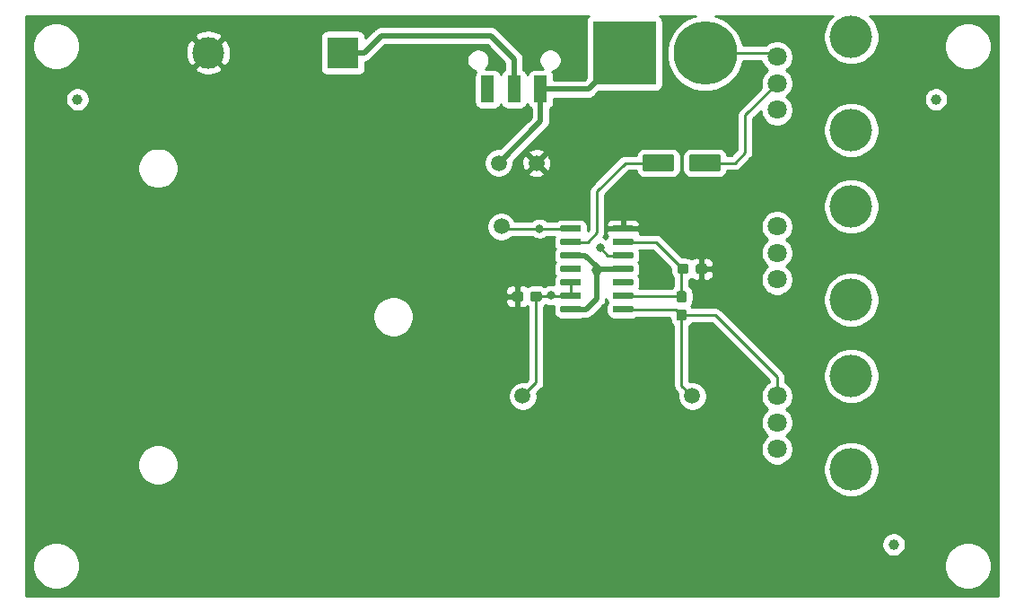
<source format=gbr>
G04 #@! TF.GenerationSoftware,KiCad,Pcbnew,(5.1.4-0-10_14)*
G04 #@! TF.CreationDate,2019-09-29T23:11:44+02:00*
G04 #@! TF.ProjectId,APC,4150432e-6b69-4636-9164-5f7063625858,rev?*
G04 #@! TF.SameCoordinates,Original*
G04 #@! TF.FileFunction,Copper,L1,Top*
G04 #@! TF.FilePolarity,Positive*
%FSLAX46Y46*%
G04 Gerber Fmt 4.6, Leading zero omitted, Abs format (unit mm)*
G04 Created by KiCad (PCBNEW (5.1.4-0-10_14)) date 2019-09-29 23:11:44*
%MOMM*%
%LPD*%
G04 APERTURE LIST*
%ADD10C,1.000000*%
%ADD11C,0.100000*%
%ADD12C,0.600000*%
%ADD13C,1.500000*%
%ADD14R,1.250000X2.500000*%
%ADD15C,4.000000*%
%ADD16C,1.800000*%
%ADD17C,0.950000*%
%ADD18C,5.999480*%
%ADD19R,5.999480X5.999480*%
%ADD20C,1.600000*%
%ADD21R,3.000000X3.000000*%
%ADD22C,3.000000*%
%ADD23C,0.800000*%
%ADD24C,0.500000*%
%ADD25C,0.250000*%
%ADD26C,0.254000*%
G04 APERTURE END LIST*
D10*
X91000000Y-54000000D03*
X168000000Y-96000000D03*
X172000000Y-54000000D03*
D11*
G36*
X138364703Y-73510722D02*
G01*
X138379264Y-73512882D01*
X138393543Y-73516459D01*
X138407403Y-73521418D01*
X138420710Y-73527712D01*
X138433336Y-73535280D01*
X138445159Y-73544048D01*
X138456066Y-73553934D01*
X138465952Y-73564841D01*
X138474720Y-73576664D01*
X138482288Y-73589290D01*
X138488582Y-73602597D01*
X138493541Y-73616457D01*
X138497118Y-73630736D01*
X138499278Y-73645297D01*
X138500000Y-73660000D01*
X138500000Y-73960000D01*
X138499278Y-73974703D01*
X138497118Y-73989264D01*
X138493541Y-74003543D01*
X138488582Y-74017403D01*
X138482288Y-74030710D01*
X138474720Y-74043336D01*
X138465952Y-74055159D01*
X138456066Y-74066066D01*
X138445159Y-74075952D01*
X138433336Y-74084720D01*
X138420710Y-74092288D01*
X138407403Y-74098582D01*
X138393543Y-74103541D01*
X138379264Y-74107118D01*
X138364703Y-74109278D01*
X138350000Y-74110000D01*
X136700000Y-74110000D01*
X136685297Y-74109278D01*
X136670736Y-74107118D01*
X136656457Y-74103541D01*
X136642597Y-74098582D01*
X136629290Y-74092288D01*
X136616664Y-74084720D01*
X136604841Y-74075952D01*
X136593934Y-74066066D01*
X136584048Y-74055159D01*
X136575280Y-74043336D01*
X136567712Y-74030710D01*
X136561418Y-74017403D01*
X136556459Y-74003543D01*
X136552882Y-73989264D01*
X136550722Y-73974703D01*
X136550000Y-73960000D01*
X136550000Y-73660000D01*
X136550722Y-73645297D01*
X136552882Y-73630736D01*
X136556459Y-73616457D01*
X136561418Y-73602597D01*
X136567712Y-73589290D01*
X136575280Y-73576664D01*
X136584048Y-73564841D01*
X136593934Y-73553934D01*
X136604841Y-73544048D01*
X136616664Y-73535280D01*
X136629290Y-73527712D01*
X136642597Y-73521418D01*
X136656457Y-73516459D01*
X136670736Y-73512882D01*
X136685297Y-73510722D01*
X136700000Y-73510000D01*
X138350000Y-73510000D01*
X138364703Y-73510722D01*
X138364703Y-73510722D01*
G37*
D12*
X137525000Y-73810000D03*
D11*
G36*
X138364703Y-72240722D02*
G01*
X138379264Y-72242882D01*
X138393543Y-72246459D01*
X138407403Y-72251418D01*
X138420710Y-72257712D01*
X138433336Y-72265280D01*
X138445159Y-72274048D01*
X138456066Y-72283934D01*
X138465952Y-72294841D01*
X138474720Y-72306664D01*
X138482288Y-72319290D01*
X138488582Y-72332597D01*
X138493541Y-72346457D01*
X138497118Y-72360736D01*
X138499278Y-72375297D01*
X138500000Y-72390000D01*
X138500000Y-72690000D01*
X138499278Y-72704703D01*
X138497118Y-72719264D01*
X138493541Y-72733543D01*
X138488582Y-72747403D01*
X138482288Y-72760710D01*
X138474720Y-72773336D01*
X138465952Y-72785159D01*
X138456066Y-72796066D01*
X138445159Y-72805952D01*
X138433336Y-72814720D01*
X138420710Y-72822288D01*
X138407403Y-72828582D01*
X138393543Y-72833541D01*
X138379264Y-72837118D01*
X138364703Y-72839278D01*
X138350000Y-72840000D01*
X136700000Y-72840000D01*
X136685297Y-72839278D01*
X136670736Y-72837118D01*
X136656457Y-72833541D01*
X136642597Y-72828582D01*
X136629290Y-72822288D01*
X136616664Y-72814720D01*
X136604841Y-72805952D01*
X136593934Y-72796066D01*
X136584048Y-72785159D01*
X136575280Y-72773336D01*
X136567712Y-72760710D01*
X136561418Y-72747403D01*
X136556459Y-72733543D01*
X136552882Y-72719264D01*
X136550722Y-72704703D01*
X136550000Y-72690000D01*
X136550000Y-72390000D01*
X136550722Y-72375297D01*
X136552882Y-72360736D01*
X136556459Y-72346457D01*
X136561418Y-72332597D01*
X136567712Y-72319290D01*
X136575280Y-72306664D01*
X136584048Y-72294841D01*
X136593934Y-72283934D01*
X136604841Y-72274048D01*
X136616664Y-72265280D01*
X136629290Y-72257712D01*
X136642597Y-72251418D01*
X136656457Y-72246459D01*
X136670736Y-72242882D01*
X136685297Y-72240722D01*
X136700000Y-72240000D01*
X138350000Y-72240000D01*
X138364703Y-72240722D01*
X138364703Y-72240722D01*
G37*
D12*
X137525000Y-72540000D03*
D11*
G36*
X138364703Y-70970722D02*
G01*
X138379264Y-70972882D01*
X138393543Y-70976459D01*
X138407403Y-70981418D01*
X138420710Y-70987712D01*
X138433336Y-70995280D01*
X138445159Y-71004048D01*
X138456066Y-71013934D01*
X138465952Y-71024841D01*
X138474720Y-71036664D01*
X138482288Y-71049290D01*
X138488582Y-71062597D01*
X138493541Y-71076457D01*
X138497118Y-71090736D01*
X138499278Y-71105297D01*
X138500000Y-71120000D01*
X138500000Y-71420000D01*
X138499278Y-71434703D01*
X138497118Y-71449264D01*
X138493541Y-71463543D01*
X138488582Y-71477403D01*
X138482288Y-71490710D01*
X138474720Y-71503336D01*
X138465952Y-71515159D01*
X138456066Y-71526066D01*
X138445159Y-71535952D01*
X138433336Y-71544720D01*
X138420710Y-71552288D01*
X138407403Y-71558582D01*
X138393543Y-71563541D01*
X138379264Y-71567118D01*
X138364703Y-71569278D01*
X138350000Y-71570000D01*
X136700000Y-71570000D01*
X136685297Y-71569278D01*
X136670736Y-71567118D01*
X136656457Y-71563541D01*
X136642597Y-71558582D01*
X136629290Y-71552288D01*
X136616664Y-71544720D01*
X136604841Y-71535952D01*
X136593934Y-71526066D01*
X136584048Y-71515159D01*
X136575280Y-71503336D01*
X136567712Y-71490710D01*
X136561418Y-71477403D01*
X136556459Y-71463543D01*
X136552882Y-71449264D01*
X136550722Y-71434703D01*
X136550000Y-71420000D01*
X136550000Y-71120000D01*
X136550722Y-71105297D01*
X136552882Y-71090736D01*
X136556459Y-71076457D01*
X136561418Y-71062597D01*
X136567712Y-71049290D01*
X136575280Y-71036664D01*
X136584048Y-71024841D01*
X136593934Y-71013934D01*
X136604841Y-71004048D01*
X136616664Y-70995280D01*
X136629290Y-70987712D01*
X136642597Y-70981418D01*
X136656457Y-70976459D01*
X136670736Y-70972882D01*
X136685297Y-70970722D01*
X136700000Y-70970000D01*
X138350000Y-70970000D01*
X138364703Y-70970722D01*
X138364703Y-70970722D01*
G37*
D12*
X137525000Y-71270000D03*
D11*
G36*
X138364703Y-69700722D02*
G01*
X138379264Y-69702882D01*
X138393543Y-69706459D01*
X138407403Y-69711418D01*
X138420710Y-69717712D01*
X138433336Y-69725280D01*
X138445159Y-69734048D01*
X138456066Y-69743934D01*
X138465952Y-69754841D01*
X138474720Y-69766664D01*
X138482288Y-69779290D01*
X138488582Y-69792597D01*
X138493541Y-69806457D01*
X138497118Y-69820736D01*
X138499278Y-69835297D01*
X138500000Y-69850000D01*
X138500000Y-70150000D01*
X138499278Y-70164703D01*
X138497118Y-70179264D01*
X138493541Y-70193543D01*
X138488582Y-70207403D01*
X138482288Y-70220710D01*
X138474720Y-70233336D01*
X138465952Y-70245159D01*
X138456066Y-70256066D01*
X138445159Y-70265952D01*
X138433336Y-70274720D01*
X138420710Y-70282288D01*
X138407403Y-70288582D01*
X138393543Y-70293541D01*
X138379264Y-70297118D01*
X138364703Y-70299278D01*
X138350000Y-70300000D01*
X136700000Y-70300000D01*
X136685297Y-70299278D01*
X136670736Y-70297118D01*
X136656457Y-70293541D01*
X136642597Y-70288582D01*
X136629290Y-70282288D01*
X136616664Y-70274720D01*
X136604841Y-70265952D01*
X136593934Y-70256066D01*
X136584048Y-70245159D01*
X136575280Y-70233336D01*
X136567712Y-70220710D01*
X136561418Y-70207403D01*
X136556459Y-70193543D01*
X136552882Y-70179264D01*
X136550722Y-70164703D01*
X136550000Y-70150000D01*
X136550000Y-69850000D01*
X136550722Y-69835297D01*
X136552882Y-69820736D01*
X136556459Y-69806457D01*
X136561418Y-69792597D01*
X136567712Y-69779290D01*
X136575280Y-69766664D01*
X136584048Y-69754841D01*
X136593934Y-69743934D01*
X136604841Y-69734048D01*
X136616664Y-69725280D01*
X136629290Y-69717712D01*
X136642597Y-69711418D01*
X136656457Y-69706459D01*
X136670736Y-69702882D01*
X136685297Y-69700722D01*
X136700000Y-69700000D01*
X138350000Y-69700000D01*
X138364703Y-69700722D01*
X138364703Y-69700722D01*
G37*
D12*
X137525000Y-70000000D03*
D11*
G36*
X138364703Y-68430722D02*
G01*
X138379264Y-68432882D01*
X138393543Y-68436459D01*
X138407403Y-68441418D01*
X138420710Y-68447712D01*
X138433336Y-68455280D01*
X138445159Y-68464048D01*
X138456066Y-68473934D01*
X138465952Y-68484841D01*
X138474720Y-68496664D01*
X138482288Y-68509290D01*
X138488582Y-68522597D01*
X138493541Y-68536457D01*
X138497118Y-68550736D01*
X138499278Y-68565297D01*
X138500000Y-68580000D01*
X138500000Y-68880000D01*
X138499278Y-68894703D01*
X138497118Y-68909264D01*
X138493541Y-68923543D01*
X138488582Y-68937403D01*
X138482288Y-68950710D01*
X138474720Y-68963336D01*
X138465952Y-68975159D01*
X138456066Y-68986066D01*
X138445159Y-68995952D01*
X138433336Y-69004720D01*
X138420710Y-69012288D01*
X138407403Y-69018582D01*
X138393543Y-69023541D01*
X138379264Y-69027118D01*
X138364703Y-69029278D01*
X138350000Y-69030000D01*
X136700000Y-69030000D01*
X136685297Y-69029278D01*
X136670736Y-69027118D01*
X136656457Y-69023541D01*
X136642597Y-69018582D01*
X136629290Y-69012288D01*
X136616664Y-69004720D01*
X136604841Y-68995952D01*
X136593934Y-68986066D01*
X136584048Y-68975159D01*
X136575280Y-68963336D01*
X136567712Y-68950710D01*
X136561418Y-68937403D01*
X136556459Y-68923543D01*
X136552882Y-68909264D01*
X136550722Y-68894703D01*
X136550000Y-68880000D01*
X136550000Y-68580000D01*
X136550722Y-68565297D01*
X136552882Y-68550736D01*
X136556459Y-68536457D01*
X136561418Y-68522597D01*
X136567712Y-68509290D01*
X136575280Y-68496664D01*
X136584048Y-68484841D01*
X136593934Y-68473934D01*
X136604841Y-68464048D01*
X136616664Y-68455280D01*
X136629290Y-68447712D01*
X136642597Y-68441418D01*
X136656457Y-68436459D01*
X136670736Y-68432882D01*
X136685297Y-68430722D01*
X136700000Y-68430000D01*
X138350000Y-68430000D01*
X138364703Y-68430722D01*
X138364703Y-68430722D01*
G37*
D12*
X137525000Y-68730000D03*
D11*
G36*
X138364703Y-67160722D02*
G01*
X138379264Y-67162882D01*
X138393543Y-67166459D01*
X138407403Y-67171418D01*
X138420710Y-67177712D01*
X138433336Y-67185280D01*
X138445159Y-67194048D01*
X138456066Y-67203934D01*
X138465952Y-67214841D01*
X138474720Y-67226664D01*
X138482288Y-67239290D01*
X138488582Y-67252597D01*
X138493541Y-67266457D01*
X138497118Y-67280736D01*
X138499278Y-67295297D01*
X138500000Y-67310000D01*
X138500000Y-67610000D01*
X138499278Y-67624703D01*
X138497118Y-67639264D01*
X138493541Y-67653543D01*
X138488582Y-67667403D01*
X138482288Y-67680710D01*
X138474720Y-67693336D01*
X138465952Y-67705159D01*
X138456066Y-67716066D01*
X138445159Y-67725952D01*
X138433336Y-67734720D01*
X138420710Y-67742288D01*
X138407403Y-67748582D01*
X138393543Y-67753541D01*
X138379264Y-67757118D01*
X138364703Y-67759278D01*
X138350000Y-67760000D01*
X136700000Y-67760000D01*
X136685297Y-67759278D01*
X136670736Y-67757118D01*
X136656457Y-67753541D01*
X136642597Y-67748582D01*
X136629290Y-67742288D01*
X136616664Y-67734720D01*
X136604841Y-67725952D01*
X136593934Y-67716066D01*
X136584048Y-67705159D01*
X136575280Y-67693336D01*
X136567712Y-67680710D01*
X136561418Y-67667403D01*
X136556459Y-67653543D01*
X136552882Y-67639264D01*
X136550722Y-67624703D01*
X136550000Y-67610000D01*
X136550000Y-67310000D01*
X136550722Y-67295297D01*
X136552882Y-67280736D01*
X136556459Y-67266457D01*
X136561418Y-67252597D01*
X136567712Y-67239290D01*
X136575280Y-67226664D01*
X136584048Y-67214841D01*
X136593934Y-67203934D01*
X136604841Y-67194048D01*
X136616664Y-67185280D01*
X136629290Y-67177712D01*
X136642597Y-67171418D01*
X136656457Y-67166459D01*
X136670736Y-67162882D01*
X136685297Y-67160722D01*
X136700000Y-67160000D01*
X138350000Y-67160000D01*
X138364703Y-67160722D01*
X138364703Y-67160722D01*
G37*
D12*
X137525000Y-67460000D03*
D11*
G36*
X138364703Y-65890722D02*
G01*
X138379264Y-65892882D01*
X138393543Y-65896459D01*
X138407403Y-65901418D01*
X138420710Y-65907712D01*
X138433336Y-65915280D01*
X138445159Y-65924048D01*
X138456066Y-65933934D01*
X138465952Y-65944841D01*
X138474720Y-65956664D01*
X138482288Y-65969290D01*
X138488582Y-65982597D01*
X138493541Y-65996457D01*
X138497118Y-66010736D01*
X138499278Y-66025297D01*
X138500000Y-66040000D01*
X138500000Y-66340000D01*
X138499278Y-66354703D01*
X138497118Y-66369264D01*
X138493541Y-66383543D01*
X138488582Y-66397403D01*
X138482288Y-66410710D01*
X138474720Y-66423336D01*
X138465952Y-66435159D01*
X138456066Y-66446066D01*
X138445159Y-66455952D01*
X138433336Y-66464720D01*
X138420710Y-66472288D01*
X138407403Y-66478582D01*
X138393543Y-66483541D01*
X138379264Y-66487118D01*
X138364703Y-66489278D01*
X138350000Y-66490000D01*
X136700000Y-66490000D01*
X136685297Y-66489278D01*
X136670736Y-66487118D01*
X136656457Y-66483541D01*
X136642597Y-66478582D01*
X136629290Y-66472288D01*
X136616664Y-66464720D01*
X136604841Y-66455952D01*
X136593934Y-66446066D01*
X136584048Y-66435159D01*
X136575280Y-66423336D01*
X136567712Y-66410710D01*
X136561418Y-66397403D01*
X136556459Y-66383543D01*
X136552882Y-66369264D01*
X136550722Y-66354703D01*
X136550000Y-66340000D01*
X136550000Y-66040000D01*
X136550722Y-66025297D01*
X136552882Y-66010736D01*
X136556459Y-65996457D01*
X136561418Y-65982597D01*
X136567712Y-65969290D01*
X136575280Y-65956664D01*
X136584048Y-65944841D01*
X136593934Y-65933934D01*
X136604841Y-65924048D01*
X136616664Y-65915280D01*
X136629290Y-65907712D01*
X136642597Y-65901418D01*
X136656457Y-65896459D01*
X136670736Y-65892882D01*
X136685297Y-65890722D01*
X136700000Y-65890000D01*
X138350000Y-65890000D01*
X138364703Y-65890722D01*
X138364703Y-65890722D01*
G37*
D12*
X137525000Y-66190000D03*
D11*
G36*
X143314703Y-65890722D02*
G01*
X143329264Y-65892882D01*
X143343543Y-65896459D01*
X143357403Y-65901418D01*
X143370710Y-65907712D01*
X143383336Y-65915280D01*
X143395159Y-65924048D01*
X143406066Y-65933934D01*
X143415952Y-65944841D01*
X143424720Y-65956664D01*
X143432288Y-65969290D01*
X143438582Y-65982597D01*
X143443541Y-65996457D01*
X143447118Y-66010736D01*
X143449278Y-66025297D01*
X143450000Y-66040000D01*
X143450000Y-66340000D01*
X143449278Y-66354703D01*
X143447118Y-66369264D01*
X143443541Y-66383543D01*
X143438582Y-66397403D01*
X143432288Y-66410710D01*
X143424720Y-66423336D01*
X143415952Y-66435159D01*
X143406066Y-66446066D01*
X143395159Y-66455952D01*
X143383336Y-66464720D01*
X143370710Y-66472288D01*
X143357403Y-66478582D01*
X143343543Y-66483541D01*
X143329264Y-66487118D01*
X143314703Y-66489278D01*
X143300000Y-66490000D01*
X141650000Y-66490000D01*
X141635297Y-66489278D01*
X141620736Y-66487118D01*
X141606457Y-66483541D01*
X141592597Y-66478582D01*
X141579290Y-66472288D01*
X141566664Y-66464720D01*
X141554841Y-66455952D01*
X141543934Y-66446066D01*
X141534048Y-66435159D01*
X141525280Y-66423336D01*
X141517712Y-66410710D01*
X141511418Y-66397403D01*
X141506459Y-66383543D01*
X141502882Y-66369264D01*
X141500722Y-66354703D01*
X141500000Y-66340000D01*
X141500000Y-66040000D01*
X141500722Y-66025297D01*
X141502882Y-66010736D01*
X141506459Y-65996457D01*
X141511418Y-65982597D01*
X141517712Y-65969290D01*
X141525280Y-65956664D01*
X141534048Y-65944841D01*
X141543934Y-65933934D01*
X141554841Y-65924048D01*
X141566664Y-65915280D01*
X141579290Y-65907712D01*
X141592597Y-65901418D01*
X141606457Y-65896459D01*
X141620736Y-65892882D01*
X141635297Y-65890722D01*
X141650000Y-65890000D01*
X143300000Y-65890000D01*
X143314703Y-65890722D01*
X143314703Y-65890722D01*
G37*
D12*
X142475000Y-66190000D03*
D11*
G36*
X143314703Y-67160722D02*
G01*
X143329264Y-67162882D01*
X143343543Y-67166459D01*
X143357403Y-67171418D01*
X143370710Y-67177712D01*
X143383336Y-67185280D01*
X143395159Y-67194048D01*
X143406066Y-67203934D01*
X143415952Y-67214841D01*
X143424720Y-67226664D01*
X143432288Y-67239290D01*
X143438582Y-67252597D01*
X143443541Y-67266457D01*
X143447118Y-67280736D01*
X143449278Y-67295297D01*
X143450000Y-67310000D01*
X143450000Y-67610000D01*
X143449278Y-67624703D01*
X143447118Y-67639264D01*
X143443541Y-67653543D01*
X143438582Y-67667403D01*
X143432288Y-67680710D01*
X143424720Y-67693336D01*
X143415952Y-67705159D01*
X143406066Y-67716066D01*
X143395159Y-67725952D01*
X143383336Y-67734720D01*
X143370710Y-67742288D01*
X143357403Y-67748582D01*
X143343543Y-67753541D01*
X143329264Y-67757118D01*
X143314703Y-67759278D01*
X143300000Y-67760000D01*
X141650000Y-67760000D01*
X141635297Y-67759278D01*
X141620736Y-67757118D01*
X141606457Y-67753541D01*
X141592597Y-67748582D01*
X141579290Y-67742288D01*
X141566664Y-67734720D01*
X141554841Y-67725952D01*
X141543934Y-67716066D01*
X141534048Y-67705159D01*
X141525280Y-67693336D01*
X141517712Y-67680710D01*
X141511418Y-67667403D01*
X141506459Y-67653543D01*
X141502882Y-67639264D01*
X141500722Y-67624703D01*
X141500000Y-67610000D01*
X141500000Y-67310000D01*
X141500722Y-67295297D01*
X141502882Y-67280736D01*
X141506459Y-67266457D01*
X141511418Y-67252597D01*
X141517712Y-67239290D01*
X141525280Y-67226664D01*
X141534048Y-67214841D01*
X141543934Y-67203934D01*
X141554841Y-67194048D01*
X141566664Y-67185280D01*
X141579290Y-67177712D01*
X141592597Y-67171418D01*
X141606457Y-67166459D01*
X141620736Y-67162882D01*
X141635297Y-67160722D01*
X141650000Y-67160000D01*
X143300000Y-67160000D01*
X143314703Y-67160722D01*
X143314703Y-67160722D01*
G37*
D12*
X142475000Y-67460000D03*
D11*
G36*
X143314703Y-68430722D02*
G01*
X143329264Y-68432882D01*
X143343543Y-68436459D01*
X143357403Y-68441418D01*
X143370710Y-68447712D01*
X143383336Y-68455280D01*
X143395159Y-68464048D01*
X143406066Y-68473934D01*
X143415952Y-68484841D01*
X143424720Y-68496664D01*
X143432288Y-68509290D01*
X143438582Y-68522597D01*
X143443541Y-68536457D01*
X143447118Y-68550736D01*
X143449278Y-68565297D01*
X143450000Y-68580000D01*
X143450000Y-68880000D01*
X143449278Y-68894703D01*
X143447118Y-68909264D01*
X143443541Y-68923543D01*
X143438582Y-68937403D01*
X143432288Y-68950710D01*
X143424720Y-68963336D01*
X143415952Y-68975159D01*
X143406066Y-68986066D01*
X143395159Y-68995952D01*
X143383336Y-69004720D01*
X143370710Y-69012288D01*
X143357403Y-69018582D01*
X143343543Y-69023541D01*
X143329264Y-69027118D01*
X143314703Y-69029278D01*
X143300000Y-69030000D01*
X141650000Y-69030000D01*
X141635297Y-69029278D01*
X141620736Y-69027118D01*
X141606457Y-69023541D01*
X141592597Y-69018582D01*
X141579290Y-69012288D01*
X141566664Y-69004720D01*
X141554841Y-68995952D01*
X141543934Y-68986066D01*
X141534048Y-68975159D01*
X141525280Y-68963336D01*
X141517712Y-68950710D01*
X141511418Y-68937403D01*
X141506459Y-68923543D01*
X141502882Y-68909264D01*
X141500722Y-68894703D01*
X141500000Y-68880000D01*
X141500000Y-68580000D01*
X141500722Y-68565297D01*
X141502882Y-68550736D01*
X141506459Y-68536457D01*
X141511418Y-68522597D01*
X141517712Y-68509290D01*
X141525280Y-68496664D01*
X141534048Y-68484841D01*
X141543934Y-68473934D01*
X141554841Y-68464048D01*
X141566664Y-68455280D01*
X141579290Y-68447712D01*
X141592597Y-68441418D01*
X141606457Y-68436459D01*
X141620736Y-68432882D01*
X141635297Y-68430722D01*
X141650000Y-68430000D01*
X143300000Y-68430000D01*
X143314703Y-68430722D01*
X143314703Y-68430722D01*
G37*
D12*
X142475000Y-68730000D03*
D11*
G36*
X143314703Y-69700722D02*
G01*
X143329264Y-69702882D01*
X143343543Y-69706459D01*
X143357403Y-69711418D01*
X143370710Y-69717712D01*
X143383336Y-69725280D01*
X143395159Y-69734048D01*
X143406066Y-69743934D01*
X143415952Y-69754841D01*
X143424720Y-69766664D01*
X143432288Y-69779290D01*
X143438582Y-69792597D01*
X143443541Y-69806457D01*
X143447118Y-69820736D01*
X143449278Y-69835297D01*
X143450000Y-69850000D01*
X143450000Y-70150000D01*
X143449278Y-70164703D01*
X143447118Y-70179264D01*
X143443541Y-70193543D01*
X143438582Y-70207403D01*
X143432288Y-70220710D01*
X143424720Y-70233336D01*
X143415952Y-70245159D01*
X143406066Y-70256066D01*
X143395159Y-70265952D01*
X143383336Y-70274720D01*
X143370710Y-70282288D01*
X143357403Y-70288582D01*
X143343543Y-70293541D01*
X143329264Y-70297118D01*
X143314703Y-70299278D01*
X143300000Y-70300000D01*
X141650000Y-70300000D01*
X141635297Y-70299278D01*
X141620736Y-70297118D01*
X141606457Y-70293541D01*
X141592597Y-70288582D01*
X141579290Y-70282288D01*
X141566664Y-70274720D01*
X141554841Y-70265952D01*
X141543934Y-70256066D01*
X141534048Y-70245159D01*
X141525280Y-70233336D01*
X141517712Y-70220710D01*
X141511418Y-70207403D01*
X141506459Y-70193543D01*
X141502882Y-70179264D01*
X141500722Y-70164703D01*
X141500000Y-70150000D01*
X141500000Y-69850000D01*
X141500722Y-69835297D01*
X141502882Y-69820736D01*
X141506459Y-69806457D01*
X141511418Y-69792597D01*
X141517712Y-69779290D01*
X141525280Y-69766664D01*
X141534048Y-69754841D01*
X141543934Y-69743934D01*
X141554841Y-69734048D01*
X141566664Y-69725280D01*
X141579290Y-69717712D01*
X141592597Y-69711418D01*
X141606457Y-69706459D01*
X141620736Y-69702882D01*
X141635297Y-69700722D01*
X141650000Y-69700000D01*
X143300000Y-69700000D01*
X143314703Y-69700722D01*
X143314703Y-69700722D01*
G37*
D12*
X142475000Y-70000000D03*
D11*
G36*
X143314703Y-70970722D02*
G01*
X143329264Y-70972882D01*
X143343543Y-70976459D01*
X143357403Y-70981418D01*
X143370710Y-70987712D01*
X143383336Y-70995280D01*
X143395159Y-71004048D01*
X143406066Y-71013934D01*
X143415952Y-71024841D01*
X143424720Y-71036664D01*
X143432288Y-71049290D01*
X143438582Y-71062597D01*
X143443541Y-71076457D01*
X143447118Y-71090736D01*
X143449278Y-71105297D01*
X143450000Y-71120000D01*
X143450000Y-71420000D01*
X143449278Y-71434703D01*
X143447118Y-71449264D01*
X143443541Y-71463543D01*
X143438582Y-71477403D01*
X143432288Y-71490710D01*
X143424720Y-71503336D01*
X143415952Y-71515159D01*
X143406066Y-71526066D01*
X143395159Y-71535952D01*
X143383336Y-71544720D01*
X143370710Y-71552288D01*
X143357403Y-71558582D01*
X143343543Y-71563541D01*
X143329264Y-71567118D01*
X143314703Y-71569278D01*
X143300000Y-71570000D01*
X141650000Y-71570000D01*
X141635297Y-71569278D01*
X141620736Y-71567118D01*
X141606457Y-71563541D01*
X141592597Y-71558582D01*
X141579290Y-71552288D01*
X141566664Y-71544720D01*
X141554841Y-71535952D01*
X141543934Y-71526066D01*
X141534048Y-71515159D01*
X141525280Y-71503336D01*
X141517712Y-71490710D01*
X141511418Y-71477403D01*
X141506459Y-71463543D01*
X141502882Y-71449264D01*
X141500722Y-71434703D01*
X141500000Y-71420000D01*
X141500000Y-71120000D01*
X141500722Y-71105297D01*
X141502882Y-71090736D01*
X141506459Y-71076457D01*
X141511418Y-71062597D01*
X141517712Y-71049290D01*
X141525280Y-71036664D01*
X141534048Y-71024841D01*
X141543934Y-71013934D01*
X141554841Y-71004048D01*
X141566664Y-70995280D01*
X141579290Y-70987712D01*
X141592597Y-70981418D01*
X141606457Y-70976459D01*
X141620736Y-70972882D01*
X141635297Y-70970722D01*
X141650000Y-70970000D01*
X143300000Y-70970000D01*
X143314703Y-70970722D01*
X143314703Y-70970722D01*
G37*
D12*
X142475000Y-71270000D03*
D11*
G36*
X143314703Y-72240722D02*
G01*
X143329264Y-72242882D01*
X143343543Y-72246459D01*
X143357403Y-72251418D01*
X143370710Y-72257712D01*
X143383336Y-72265280D01*
X143395159Y-72274048D01*
X143406066Y-72283934D01*
X143415952Y-72294841D01*
X143424720Y-72306664D01*
X143432288Y-72319290D01*
X143438582Y-72332597D01*
X143443541Y-72346457D01*
X143447118Y-72360736D01*
X143449278Y-72375297D01*
X143450000Y-72390000D01*
X143450000Y-72690000D01*
X143449278Y-72704703D01*
X143447118Y-72719264D01*
X143443541Y-72733543D01*
X143438582Y-72747403D01*
X143432288Y-72760710D01*
X143424720Y-72773336D01*
X143415952Y-72785159D01*
X143406066Y-72796066D01*
X143395159Y-72805952D01*
X143383336Y-72814720D01*
X143370710Y-72822288D01*
X143357403Y-72828582D01*
X143343543Y-72833541D01*
X143329264Y-72837118D01*
X143314703Y-72839278D01*
X143300000Y-72840000D01*
X141650000Y-72840000D01*
X141635297Y-72839278D01*
X141620736Y-72837118D01*
X141606457Y-72833541D01*
X141592597Y-72828582D01*
X141579290Y-72822288D01*
X141566664Y-72814720D01*
X141554841Y-72805952D01*
X141543934Y-72796066D01*
X141534048Y-72785159D01*
X141525280Y-72773336D01*
X141517712Y-72760710D01*
X141511418Y-72747403D01*
X141506459Y-72733543D01*
X141502882Y-72719264D01*
X141500722Y-72704703D01*
X141500000Y-72690000D01*
X141500000Y-72390000D01*
X141500722Y-72375297D01*
X141502882Y-72360736D01*
X141506459Y-72346457D01*
X141511418Y-72332597D01*
X141517712Y-72319290D01*
X141525280Y-72306664D01*
X141534048Y-72294841D01*
X141543934Y-72283934D01*
X141554841Y-72274048D01*
X141566664Y-72265280D01*
X141579290Y-72257712D01*
X141592597Y-72251418D01*
X141606457Y-72246459D01*
X141620736Y-72242882D01*
X141635297Y-72240722D01*
X141650000Y-72240000D01*
X143300000Y-72240000D01*
X143314703Y-72240722D01*
X143314703Y-72240722D01*
G37*
D12*
X142475000Y-72540000D03*
D11*
G36*
X143314703Y-73510722D02*
G01*
X143329264Y-73512882D01*
X143343543Y-73516459D01*
X143357403Y-73521418D01*
X143370710Y-73527712D01*
X143383336Y-73535280D01*
X143395159Y-73544048D01*
X143406066Y-73553934D01*
X143415952Y-73564841D01*
X143424720Y-73576664D01*
X143432288Y-73589290D01*
X143438582Y-73602597D01*
X143443541Y-73616457D01*
X143447118Y-73630736D01*
X143449278Y-73645297D01*
X143450000Y-73660000D01*
X143450000Y-73960000D01*
X143449278Y-73974703D01*
X143447118Y-73989264D01*
X143443541Y-74003543D01*
X143438582Y-74017403D01*
X143432288Y-74030710D01*
X143424720Y-74043336D01*
X143415952Y-74055159D01*
X143406066Y-74066066D01*
X143395159Y-74075952D01*
X143383336Y-74084720D01*
X143370710Y-74092288D01*
X143357403Y-74098582D01*
X143343543Y-74103541D01*
X143329264Y-74107118D01*
X143314703Y-74109278D01*
X143300000Y-74110000D01*
X141650000Y-74110000D01*
X141635297Y-74109278D01*
X141620736Y-74107118D01*
X141606457Y-74103541D01*
X141592597Y-74098582D01*
X141579290Y-74092288D01*
X141566664Y-74084720D01*
X141554841Y-74075952D01*
X141543934Y-74066066D01*
X141534048Y-74055159D01*
X141525280Y-74043336D01*
X141517712Y-74030710D01*
X141511418Y-74017403D01*
X141506459Y-74003543D01*
X141502882Y-73989264D01*
X141500722Y-73974703D01*
X141500000Y-73960000D01*
X141500000Y-73660000D01*
X141500722Y-73645297D01*
X141502882Y-73630736D01*
X141506459Y-73616457D01*
X141511418Y-73602597D01*
X141517712Y-73589290D01*
X141525280Y-73576664D01*
X141534048Y-73564841D01*
X141543934Y-73553934D01*
X141554841Y-73544048D01*
X141566664Y-73535280D01*
X141579290Y-73527712D01*
X141592597Y-73521418D01*
X141606457Y-73516459D01*
X141620736Y-73512882D01*
X141635297Y-73510722D01*
X141650000Y-73510000D01*
X143300000Y-73510000D01*
X143314703Y-73510722D01*
X143314703Y-73510722D01*
G37*
D12*
X142475000Y-73810000D03*
D13*
X133000000Y-82000000D03*
X149000000Y-82000000D03*
X131000000Y-66000000D03*
X134300000Y-60010000D03*
X130750000Y-60010000D03*
D14*
X129700000Y-53050000D03*
X132200000Y-53050000D03*
X134700000Y-53050000D03*
D15*
X164000000Y-56900000D03*
X164000000Y-48100000D03*
D16*
X157000000Y-55000000D03*
X157000000Y-52500000D03*
X157000000Y-50000000D03*
D15*
X164000000Y-72900000D03*
X164000000Y-64100000D03*
D16*
X157000000Y-71000000D03*
X157000000Y-68500000D03*
X157000000Y-66000000D03*
D15*
X164000000Y-88900000D03*
X164000000Y-80100000D03*
D16*
X157000000Y-87000000D03*
X157000000Y-84500000D03*
X157000000Y-82000000D03*
D11*
G36*
X148260779Y-72101144D02*
G01*
X148283834Y-72104563D01*
X148306443Y-72110227D01*
X148328387Y-72118079D01*
X148349457Y-72128044D01*
X148369448Y-72140026D01*
X148388168Y-72153910D01*
X148405438Y-72169562D01*
X148421090Y-72186832D01*
X148434974Y-72205552D01*
X148446956Y-72225543D01*
X148456921Y-72246613D01*
X148464773Y-72268557D01*
X148470437Y-72291166D01*
X148473856Y-72314221D01*
X148475000Y-72337500D01*
X148475000Y-72912500D01*
X148473856Y-72935779D01*
X148470437Y-72958834D01*
X148464773Y-72981443D01*
X148456921Y-73003387D01*
X148446956Y-73024457D01*
X148434974Y-73044448D01*
X148421090Y-73063168D01*
X148405438Y-73080438D01*
X148388168Y-73096090D01*
X148369448Y-73109974D01*
X148349457Y-73121956D01*
X148328387Y-73131921D01*
X148306443Y-73139773D01*
X148283834Y-73145437D01*
X148260779Y-73148856D01*
X148237500Y-73150000D01*
X147762500Y-73150000D01*
X147739221Y-73148856D01*
X147716166Y-73145437D01*
X147693557Y-73139773D01*
X147671613Y-73131921D01*
X147650543Y-73121956D01*
X147630552Y-73109974D01*
X147611832Y-73096090D01*
X147594562Y-73080438D01*
X147578910Y-73063168D01*
X147565026Y-73044448D01*
X147553044Y-73024457D01*
X147543079Y-73003387D01*
X147535227Y-72981443D01*
X147529563Y-72958834D01*
X147526144Y-72935779D01*
X147525000Y-72912500D01*
X147525000Y-72337500D01*
X147526144Y-72314221D01*
X147529563Y-72291166D01*
X147535227Y-72268557D01*
X147543079Y-72246613D01*
X147553044Y-72225543D01*
X147565026Y-72205552D01*
X147578910Y-72186832D01*
X147594562Y-72169562D01*
X147611832Y-72153910D01*
X147630552Y-72140026D01*
X147650543Y-72128044D01*
X147671613Y-72118079D01*
X147693557Y-72110227D01*
X147716166Y-72104563D01*
X147739221Y-72101144D01*
X147762500Y-72100000D01*
X148237500Y-72100000D01*
X148260779Y-72101144D01*
X148260779Y-72101144D01*
G37*
D17*
X148000000Y-72625000D03*
D11*
G36*
X148260779Y-73851144D02*
G01*
X148283834Y-73854563D01*
X148306443Y-73860227D01*
X148328387Y-73868079D01*
X148349457Y-73878044D01*
X148369448Y-73890026D01*
X148388168Y-73903910D01*
X148405438Y-73919562D01*
X148421090Y-73936832D01*
X148434974Y-73955552D01*
X148446956Y-73975543D01*
X148456921Y-73996613D01*
X148464773Y-74018557D01*
X148470437Y-74041166D01*
X148473856Y-74064221D01*
X148475000Y-74087500D01*
X148475000Y-74662500D01*
X148473856Y-74685779D01*
X148470437Y-74708834D01*
X148464773Y-74731443D01*
X148456921Y-74753387D01*
X148446956Y-74774457D01*
X148434974Y-74794448D01*
X148421090Y-74813168D01*
X148405438Y-74830438D01*
X148388168Y-74846090D01*
X148369448Y-74859974D01*
X148349457Y-74871956D01*
X148328387Y-74881921D01*
X148306443Y-74889773D01*
X148283834Y-74895437D01*
X148260779Y-74898856D01*
X148237500Y-74900000D01*
X147762500Y-74900000D01*
X147739221Y-74898856D01*
X147716166Y-74895437D01*
X147693557Y-74889773D01*
X147671613Y-74881921D01*
X147650543Y-74871956D01*
X147630552Y-74859974D01*
X147611832Y-74846090D01*
X147594562Y-74830438D01*
X147578910Y-74813168D01*
X147565026Y-74794448D01*
X147553044Y-74774457D01*
X147543079Y-74753387D01*
X147535227Y-74731443D01*
X147529563Y-74708834D01*
X147526144Y-74685779D01*
X147525000Y-74662500D01*
X147525000Y-74087500D01*
X147526144Y-74064221D01*
X147529563Y-74041166D01*
X147535227Y-74018557D01*
X147543079Y-73996613D01*
X147553044Y-73975543D01*
X147565026Y-73955552D01*
X147578910Y-73936832D01*
X147594562Y-73919562D01*
X147611832Y-73903910D01*
X147630552Y-73890026D01*
X147650543Y-73878044D01*
X147671613Y-73868079D01*
X147693557Y-73860227D01*
X147716166Y-73854563D01*
X147739221Y-73851144D01*
X147762500Y-73850000D01*
X148237500Y-73850000D01*
X148260779Y-73851144D01*
X148260779Y-73851144D01*
G37*
D17*
X148000000Y-74375000D03*
D18*
X150220000Y-49650000D03*
D19*
X142600000Y-49650000D03*
D11*
G36*
X147074504Y-59201204D02*
G01*
X147098773Y-59204804D01*
X147122571Y-59210765D01*
X147145671Y-59219030D01*
X147167849Y-59229520D01*
X147188893Y-59242133D01*
X147208598Y-59256747D01*
X147226777Y-59273223D01*
X147243253Y-59291402D01*
X147257867Y-59311107D01*
X147270480Y-59332151D01*
X147280970Y-59354329D01*
X147289235Y-59377429D01*
X147295196Y-59401227D01*
X147298796Y-59425496D01*
X147300000Y-59450000D01*
X147300000Y-60550000D01*
X147298796Y-60574504D01*
X147295196Y-60598773D01*
X147289235Y-60622571D01*
X147280970Y-60645671D01*
X147270480Y-60667849D01*
X147257867Y-60688893D01*
X147243253Y-60708598D01*
X147226777Y-60726777D01*
X147208598Y-60743253D01*
X147188893Y-60757867D01*
X147167849Y-60770480D01*
X147145671Y-60780970D01*
X147122571Y-60789235D01*
X147098773Y-60795196D01*
X147074504Y-60798796D01*
X147050000Y-60800000D01*
X144550000Y-60800000D01*
X144525496Y-60798796D01*
X144501227Y-60795196D01*
X144477429Y-60789235D01*
X144454329Y-60780970D01*
X144432151Y-60770480D01*
X144411107Y-60757867D01*
X144391402Y-60743253D01*
X144373223Y-60726777D01*
X144356747Y-60708598D01*
X144342133Y-60688893D01*
X144329520Y-60667849D01*
X144319030Y-60645671D01*
X144310765Y-60622571D01*
X144304804Y-60598773D01*
X144301204Y-60574504D01*
X144300000Y-60550000D01*
X144300000Y-59450000D01*
X144301204Y-59425496D01*
X144304804Y-59401227D01*
X144310765Y-59377429D01*
X144319030Y-59354329D01*
X144329520Y-59332151D01*
X144342133Y-59311107D01*
X144356747Y-59291402D01*
X144373223Y-59273223D01*
X144391402Y-59256747D01*
X144411107Y-59242133D01*
X144432151Y-59229520D01*
X144454329Y-59219030D01*
X144477429Y-59210765D01*
X144501227Y-59204804D01*
X144525496Y-59201204D01*
X144550000Y-59200000D01*
X147050000Y-59200000D01*
X147074504Y-59201204D01*
X147074504Y-59201204D01*
G37*
D20*
X145800000Y-60000000D03*
D11*
G36*
X151474504Y-59201204D02*
G01*
X151498773Y-59204804D01*
X151522571Y-59210765D01*
X151545671Y-59219030D01*
X151567849Y-59229520D01*
X151588893Y-59242133D01*
X151608598Y-59256747D01*
X151626777Y-59273223D01*
X151643253Y-59291402D01*
X151657867Y-59311107D01*
X151670480Y-59332151D01*
X151680970Y-59354329D01*
X151689235Y-59377429D01*
X151695196Y-59401227D01*
X151698796Y-59425496D01*
X151700000Y-59450000D01*
X151700000Y-60550000D01*
X151698796Y-60574504D01*
X151695196Y-60598773D01*
X151689235Y-60622571D01*
X151680970Y-60645671D01*
X151670480Y-60667849D01*
X151657867Y-60688893D01*
X151643253Y-60708598D01*
X151626777Y-60726777D01*
X151608598Y-60743253D01*
X151588893Y-60757867D01*
X151567849Y-60770480D01*
X151545671Y-60780970D01*
X151522571Y-60789235D01*
X151498773Y-60795196D01*
X151474504Y-60798796D01*
X151450000Y-60800000D01*
X148950000Y-60800000D01*
X148925496Y-60798796D01*
X148901227Y-60795196D01*
X148877429Y-60789235D01*
X148854329Y-60780970D01*
X148832151Y-60770480D01*
X148811107Y-60757867D01*
X148791402Y-60743253D01*
X148773223Y-60726777D01*
X148756747Y-60708598D01*
X148742133Y-60688893D01*
X148729520Y-60667849D01*
X148719030Y-60645671D01*
X148710765Y-60622571D01*
X148704804Y-60598773D01*
X148701204Y-60574504D01*
X148700000Y-60550000D01*
X148700000Y-59450000D01*
X148701204Y-59425496D01*
X148704804Y-59401227D01*
X148710765Y-59377429D01*
X148719030Y-59354329D01*
X148729520Y-59332151D01*
X148742133Y-59311107D01*
X148756747Y-59291402D01*
X148773223Y-59273223D01*
X148791402Y-59256747D01*
X148811107Y-59242133D01*
X148832151Y-59229520D01*
X148854329Y-59219030D01*
X148877429Y-59210765D01*
X148901227Y-59204804D01*
X148925496Y-59201204D01*
X148950000Y-59200000D01*
X151450000Y-59200000D01*
X151474504Y-59201204D01*
X151474504Y-59201204D01*
G37*
D20*
X150200000Y-60000000D03*
D11*
G36*
X132835779Y-72126144D02*
G01*
X132858834Y-72129563D01*
X132881443Y-72135227D01*
X132903387Y-72143079D01*
X132924457Y-72153044D01*
X132944448Y-72165026D01*
X132963168Y-72178910D01*
X132980438Y-72194562D01*
X132996090Y-72211832D01*
X133009974Y-72230552D01*
X133021956Y-72250543D01*
X133031921Y-72271613D01*
X133039773Y-72293557D01*
X133045437Y-72316166D01*
X133048856Y-72339221D01*
X133050000Y-72362500D01*
X133050000Y-72837500D01*
X133048856Y-72860779D01*
X133045437Y-72883834D01*
X133039773Y-72906443D01*
X133031921Y-72928387D01*
X133021956Y-72949457D01*
X133009974Y-72969448D01*
X132996090Y-72988168D01*
X132980438Y-73005438D01*
X132963168Y-73021090D01*
X132944448Y-73034974D01*
X132924457Y-73046956D01*
X132903387Y-73056921D01*
X132881443Y-73064773D01*
X132858834Y-73070437D01*
X132835779Y-73073856D01*
X132812500Y-73075000D01*
X132237500Y-73075000D01*
X132214221Y-73073856D01*
X132191166Y-73070437D01*
X132168557Y-73064773D01*
X132146613Y-73056921D01*
X132125543Y-73046956D01*
X132105552Y-73034974D01*
X132086832Y-73021090D01*
X132069562Y-73005438D01*
X132053910Y-72988168D01*
X132040026Y-72969448D01*
X132028044Y-72949457D01*
X132018079Y-72928387D01*
X132010227Y-72906443D01*
X132004563Y-72883834D01*
X132001144Y-72860779D01*
X132000000Y-72837500D01*
X132000000Y-72362500D01*
X132001144Y-72339221D01*
X132004563Y-72316166D01*
X132010227Y-72293557D01*
X132018079Y-72271613D01*
X132028044Y-72250543D01*
X132040026Y-72230552D01*
X132053910Y-72211832D01*
X132069562Y-72194562D01*
X132086832Y-72178910D01*
X132105552Y-72165026D01*
X132125543Y-72153044D01*
X132146613Y-72143079D01*
X132168557Y-72135227D01*
X132191166Y-72129563D01*
X132214221Y-72126144D01*
X132237500Y-72125000D01*
X132812500Y-72125000D01*
X132835779Y-72126144D01*
X132835779Y-72126144D01*
G37*
D17*
X132525000Y-72600000D03*
D11*
G36*
X134585779Y-72126144D02*
G01*
X134608834Y-72129563D01*
X134631443Y-72135227D01*
X134653387Y-72143079D01*
X134674457Y-72153044D01*
X134694448Y-72165026D01*
X134713168Y-72178910D01*
X134730438Y-72194562D01*
X134746090Y-72211832D01*
X134759974Y-72230552D01*
X134771956Y-72250543D01*
X134781921Y-72271613D01*
X134789773Y-72293557D01*
X134795437Y-72316166D01*
X134798856Y-72339221D01*
X134800000Y-72362500D01*
X134800000Y-72837500D01*
X134798856Y-72860779D01*
X134795437Y-72883834D01*
X134789773Y-72906443D01*
X134781921Y-72928387D01*
X134771956Y-72949457D01*
X134759974Y-72969448D01*
X134746090Y-72988168D01*
X134730438Y-73005438D01*
X134713168Y-73021090D01*
X134694448Y-73034974D01*
X134674457Y-73046956D01*
X134653387Y-73056921D01*
X134631443Y-73064773D01*
X134608834Y-73070437D01*
X134585779Y-73073856D01*
X134562500Y-73075000D01*
X133987500Y-73075000D01*
X133964221Y-73073856D01*
X133941166Y-73070437D01*
X133918557Y-73064773D01*
X133896613Y-73056921D01*
X133875543Y-73046956D01*
X133855552Y-73034974D01*
X133836832Y-73021090D01*
X133819562Y-73005438D01*
X133803910Y-72988168D01*
X133790026Y-72969448D01*
X133778044Y-72949457D01*
X133768079Y-72928387D01*
X133760227Y-72906443D01*
X133754563Y-72883834D01*
X133751144Y-72860779D01*
X133750000Y-72837500D01*
X133750000Y-72362500D01*
X133751144Y-72339221D01*
X133754563Y-72316166D01*
X133760227Y-72293557D01*
X133768079Y-72271613D01*
X133778044Y-72250543D01*
X133790026Y-72230552D01*
X133803910Y-72211832D01*
X133819562Y-72194562D01*
X133836832Y-72178910D01*
X133855552Y-72165026D01*
X133875543Y-72153044D01*
X133896613Y-72143079D01*
X133918557Y-72135227D01*
X133941166Y-72129563D01*
X133964221Y-72126144D01*
X133987500Y-72125000D01*
X134562500Y-72125000D01*
X134585779Y-72126144D01*
X134585779Y-72126144D01*
G37*
D17*
X134275000Y-72600000D03*
D11*
G36*
X148435779Y-69526144D02*
G01*
X148458834Y-69529563D01*
X148481443Y-69535227D01*
X148503387Y-69543079D01*
X148524457Y-69553044D01*
X148544448Y-69565026D01*
X148563168Y-69578910D01*
X148580438Y-69594562D01*
X148596090Y-69611832D01*
X148609974Y-69630552D01*
X148621956Y-69650543D01*
X148631921Y-69671613D01*
X148639773Y-69693557D01*
X148645437Y-69716166D01*
X148648856Y-69739221D01*
X148650000Y-69762500D01*
X148650000Y-70237500D01*
X148648856Y-70260779D01*
X148645437Y-70283834D01*
X148639773Y-70306443D01*
X148631921Y-70328387D01*
X148621956Y-70349457D01*
X148609974Y-70369448D01*
X148596090Y-70388168D01*
X148580438Y-70405438D01*
X148563168Y-70421090D01*
X148544448Y-70434974D01*
X148524457Y-70446956D01*
X148503387Y-70456921D01*
X148481443Y-70464773D01*
X148458834Y-70470437D01*
X148435779Y-70473856D01*
X148412500Y-70475000D01*
X147837500Y-70475000D01*
X147814221Y-70473856D01*
X147791166Y-70470437D01*
X147768557Y-70464773D01*
X147746613Y-70456921D01*
X147725543Y-70446956D01*
X147705552Y-70434974D01*
X147686832Y-70421090D01*
X147669562Y-70405438D01*
X147653910Y-70388168D01*
X147640026Y-70369448D01*
X147628044Y-70349457D01*
X147618079Y-70328387D01*
X147610227Y-70306443D01*
X147604563Y-70283834D01*
X147601144Y-70260779D01*
X147600000Y-70237500D01*
X147600000Y-69762500D01*
X147601144Y-69739221D01*
X147604563Y-69716166D01*
X147610227Y-69693557D01*
X147618079Y-69671613D01*
X147628044Y-69650543D01*
X147640026Y-69630552D01*
X147653910Y-69611832D01*
X147669562Y-69594562D01*
X147686832Y-69578910D01*
X147705552Y-69565026D01*
X147725543Y-69553044D01*
X147746613Y-69543079D01*
X147768557Y-69535227D01*
X147791166Y-69529563D01*
X147814221Y-69526144D01*
X147837500Y-69525000D01*
X148412500Y-69525000D01*
X148435779Y-69526144D01*
X148435779Y-69526144D01*
G37*
D17*
X148125000Y-70000000D03*
D11*
G36*
X150185779Y-69526144D02*
G01*
X150208834Y-69529563D01*
X150231443Y-69535227D01*
X150253387Y-69543079D01*
X150274457Y-69553044D01*
X150294448Y-69565026D01*
X150313168Y-69578910D01*
X150330438Y-69594562D01*
X150346090Y-69611832D01*
X150359974Y-69630552D01*
X150371956Y-69650543D01*
X150381921Y-69671613D01*
X150389773Y-69693557D01*
X150395437Y-69716166D01*
X150398856Y-69739221D01*
X150400000Y-69762500D01*
X150400000Y-70237500D01*
X150398856Y-70260779D01*
X150395437Y-70283834D01*
X150389773Y-70306443D01*
X150381921Y-70328387D01*
X150371956Y-70349457D01*
X150359974Y-70369448D01*
X150346090Y-70388168D01*
X150330438Y-70405438D01*
X150313168Y-70421090D01*
X150294448Y-70434974D01*
X150274457Y-70446956D01*
X150253387Y-70456921D01*
X150231443Y-70464773D01*
X150208834Y-70470437D01*
X150185779Y-70473856D01*
X150162500Y-70475000D01*
X149587500Y-70475000D01*
X149564221Y-70473856D01*
X149541166Y-70470437D01*
X149518557Y-70464773D01*
X149496613Y-70456921D01*
X149475543Y-70446956D01*
X149455552Y-70434974D01*
X149436832Y-70421090D01*
X149419562Y-70405438D01*
X149403910Y-70388168D01*
X149390026Y-70369448D01*
X149378044Y-70349457D01*
X149368079Y-70328387D01*
X149360227Y-70306443D01*
X149354563Y-70283834D01*
X149351144Y-70260779D01*
X149350000Y-70237500D01*
X149350000Y-69762500D01*
X149351144Y-69739221D01*
X149354563Y-69716166D01*
X149360227Y-69693557D01*
X149368079Y-69671613D01*
X149378044Y-69650543D01*
X149390026Y-69630552D01*
X149403910Y-69611832D01*
X149419562Y-69594562D01*
X149436832Y-69578910D01*
X149455552Y-69565026D01*
X149475543Y-69553044D01*
X149496613Y-69543079D01*
X149518557Y-69535227D01*
X149541166Y-69529563D01*
X149564221Y-69526144D01*
X149587500Y-69525000D01*
X150162500Y-69525000D01*
X150185779Y-69526144D01*
X150185779Y-69526144D01*
G37*
D17*
X149875000Y-70000000D03*
D21*
X116050000Y-49600000D03*
D22*
X103350000Y-49600000D03*
D10*
X144700000Y-70600000D03*
X146200000Y-70600000D03*
X175000000Y-55000000D03*
X175000000Y-60000000D03*
X175000000Y-65000000D03*
X175000000Y-70000000D03*
X175000000Y-75000000D03*
X175000000Y-80000000D03*
X175000000Y-85000000D03*
X175000000Y-90000000D03*
X170000000Y-100000000D03*
X165000000Y-100000000D03*
X160000000Y-100000000D03*
X175000000Y-95000000D03*
X155000000Y-100000000D03*
X150000000Y-100000000D03*
X145000000Y-100000000D03*
X140000000Y-100000000D03*
X135000000Y-100000000D03*
X130000000Y-100000000D03*
X120000000Y-100000000D03*
X125000000Y-100000000D03*
X115000000Y-100000000D03*
X110000000Y-100000000D03*
X105000000Y-100000000D03*
X100000000Y-100000000D03*
X95000000Y-100000000D03*
X87500000Y-92500000D03*
X87500000Y-87500000D03*
X87500000Y-82500000D03*
X87500000Y-77500000D03*
X87500000Y-72500000D03*
X87500000Y-67500000D03*
X87500000Y-62500000D03*
X87500000Y-57500000D03*
X87500000Y-52500000D03*
X92500000Y-47500000D03*
D23*
X97500000Y-47500000D03*
X107500000Y-47500000D03*
X112500000Y-47500000D03*
X132500000Y-47500000D03*
X137500000Y-47500000D03*
X155000000Y-47500000D03*
X160000000Y-47500000D03*
X170000000Y-47500000D03*
X135700000Y-72500000D03*
D10*
X140000000Y-70100000D03*
D23*
X140300000Y-68000000D03*
X134600000Y-66200000D03*
D24*
X118050000Y-49600000D02*
X119650000Y-48000000D01*
X116050000Y-49600000D02*
X118050000Y-49600000D01*
X119650000Y-48000000D02*
X130000000Y-48000000D01*
X132200000Y-50200000D02*
X132200000Y-53050000D01*
X130000000Y-48000000D02*
X132200000Y-50200000D01*
D25*
X148000000Y-70125000D02*
X148125000Y-70000000D01*
X148000000Y-72625000D02*
X148000000Y-70125000D01*
X147915000Y-72540000D02*
X148000000Y-72625000D01*
X142475000Y-72540000D02*
X147915000Y-72540000D01*
X145585000Y-67460000D02*
X148125000Y-70000000D01*
X142475000Y-67460000D02*
X145585000Y-67460000D01*
X134335000Y-72540000D02*
X134275000Y-72600000D01*
X137525000Y-72540000D02*
X134335000Y-72540000D01*
X134275000Y-80725000D02*
X133000000Y-82000000D01*
X134275000Y-72600000D02*
X134275000Y-80725000D01*
X137525000Y-72540000D02*
X137525000Y-71270000D01*
X140000000Y-66600000D02*
X139140000Y-67460000D01*
X139140000Y-67460000D02*
X137525000Y-67460000D01*
X142700000Y-60000000D02*
X140000000Y-62700000D01*
X140000000Y-62700000D02*
X140000000Y-66600000D01*
X145800000Y-60000000D02*
X142700000Y-60000000D01*
X157000000Y-52500000D02*
X154000000Y-55500000D01*
X154000000Y-55500000D02*
X154000000Y-59000000D01*
X154000000Y-59000000D02*
X153000000Y-60000000D01*
X153000000Y-60000000D02*
X150200000Y-60000000D01*
X156650000Y-49650000D02*
X157000000Y-50000000D01*
X150220000Y-49650000D02*
X156650000Y-49650000D01*
D24*
X139200000Y-53050000D02*
X142600000Y-49650000D01*
X134700000Y-53050000D02*
X139200000Y-53050000D01*
X134700000Y-56060000D02*
X134700000Y-53050000D01*
X130750000Y-60010000D02*
X134700000Y-56060000D01*
X137525000Y-73810000D02*
X138990000Y-73810000D01*
X138990000Y-73810000D02*
X140000000Y-72800000D01*
X140000000Y-72800000D02*
X140000000Y-69800000D01*
X138930000Y-68730000D02*
X137525000Y-68730000D01*
X140000000Y-69800000D02*
X138930000Y-68730000D01*
X140200000Y-70000000D02*
X142475000Y-70000000D01*
X140000000Y-69800000D02*
X140200000Y-70000000D01*
D25*
X149000000Y-82000000D02*
X148000000Y-81000000D01*
X148000000Y-81000000D02*
X148000000Y-74375000D01*
X147435000Y-73810000D02*
X148000000Y-74375000D01*
X142475000Y-73810000D02*
X147435000Y-73810000D01*
X151175000Y-74375000D02*
X148000000Y-74375000D01*
X157000000Y-80200000D02*
X151175000Y-74375000D01*
X157000000Y-82000000D02*
X157000000Y-80200000D01*
X131190000Y-66190000D02*
X131000000Y-66000000D01*
X137525000Y-66190000D02*
X131190000Y-66190000D01*
X142475000Y-68730000D02*
X141030000Y-68730000D01*
X141030000Y-68730000D02*
X140300000Y-68000000D01*
D26*
G36*
X139149075Y-46199075D02*
G01*
X139069723Y-46295766D01*
X139010758Y-46406080D01*
X138974448Y-46525778D01*
X138962188Y-46650260D01*
X138962188Y-52036234D01*
X138833422Y-52165000D01*
X135963072Y-52165000D01*
X135963072Y-51800000D01*
X135950812Y-51675518D01*
X135914502Y-51555820D01*
X135855537Y-51445506D01*
X135791986Y-51368068D01*
X135916483Y-51343304D01*
X136113940Y-51261515D01*
X136291647Y-51142775D01*
X136442775Y-50991647D01*
X136561515Y-50813940D01*
X136643304Y-50616483D01*
X136685000Y-50406863D01*
X136685000Y-50193137D01*
X136643304Y-49983517D01*
X136561515Y-49786060D01*
X136442775Y-49608353D01*
X136291647Y-49457225D01*
X136113940Y-49338485D01*
X135916483Y-49256696D01*
X135706863Y-49215000D01*
X135493137Y-49215000D01*
X135283517Y-49256696D01*
X135086060Y-49338485D01*
X134908353Y-49457225D01*
X134757225Y-49608353D01*
X134638485Y-49786060D01*
X134556696Y-49983517D01*
X134515000Y-50193137D01*
X134515000Y-50406863D01*
X134556696Y-50616483D01*
X134638485Y-50813940D01*
X134757225Y-50991647D01*
X134908353Y-51142775D01*
X134937017Y-51161928D01*
X134075000Y-51161928D01*
X133950518Y-51174188D01*
X133830820Y-51210498D01*
X133720506Y-51269463D01*
X133623815Y-51348815D01*
X133544463Y-51445506D01*
X133485498Y-51555820D01*
X133450000Y-51672841D01*
X133414502Y-51555820D01*
X133355537Y-51445506D01*
X133276185Y-51348815D01*
X133179494Y-51269463D01*
X133085000Y-51218954D01*
X133085000Y-50243469D01*
X133089281Y-50200000D01*
X133085000Y-50156531D01*
X133085000Y-50156523D01*
X133072195Y-50026510D01*
X133021589Y-49859687D01*
X132939411Y-49705941D01*
X132828817Y-49571183D01*
X132795050Y-49543471D01*
X130656534Y-47404956D01*
X130628817Y-47371183D01*
X130494059Y-47260589D01*
X130340313Y-47178411D01*
X130173490Y-47127805D01*
X130043477Y-47115000D01*
X130043469Y-47115000D01*
X130000000Y-47110719D01*
X129956531Y-47115000D01*
X119693469Y-47115000D01*
X119650000Y-47110719D01*
X119606531Y-47115000D01*
X119606523Y-47115000D01*
X119476510Y-47127805D01*
X119309687Y-47178411D01*
X119155941Y-47260589D01*
X119054953Y-47343468D01*
X119054951Y-47343470D01*
X119021183Y-47371183D01*
X118993470Y-47404951D01*
X118188072Y-48210350D01*
X118188072Y-48100000D01*
X118175812Y-47975518D01*
X118139502Y-47855820D01*
X118080537Y-47745506D01*
X118001185Y-47648815D01*
X117904494Y-47569463D01*
X117794180Y-47510498D01*
X117674482Y-47474188D01*
X117550000Y-47461928D01*
X114550000Y-47461928D01*
X114425518Y-47474188D01*
X114305820Y-47510498D01*
X114195506Y-47569463D01*
X114098815Y-47648815D01*
X114019463Y-47745506D01*
X113960498Y-47855820D01*
X113924188Y-47975518D01*
X113911928Y-48100000D01*
X113911928Y-51100000D01*
X113924188Y-51224482D01*
X113960498Y-51344180D01*
X114019463Y-51454494D01*
X114098815Y-51551185D01*
X114195506Y-51630537D01*
X114305820Y-51689502D01*
X114425518Y-51725812D01*
X114550000Y-51738072D01*
X117550000Y-51738072D01*
X117674482Y-51725812D01*
X117794180Y-51689502D01*
X117904494Y-51630537D01*
X118001185Y-51551185D01*
X118080537Y-51454494D01*
X118139502Y-51344180D01*
X118175812Y-51224482D01*
X118188072Y-51100000D01*
X118188072Y-50475683D01*
X118223490Y-50472195D01*
X118390313Y-50421589D01*
X118544059Y-50339411D01*
X118678817Y-50228817D01*
X118706534Y-50195044D01*
X120016579Y-48885000D01*
X129633422Y-48885000D01*
X131315000Y-50566579D01*
X131315000Y-51218954D01*
X131220506Y-51269463D01*
X131123815Y-51348815D01*
X131044463Y-51445506D01*
X130985498Y-51555820D01*
X130950000Y-51672841D01*
X130914502Y-51555820D01*
X130855537Y-51445506D01*
X130776185Y-51348815D01*
X130679494Y-51269463D01*
X130569180Y-51210498D01*
X130449482Y-51174188D01*
X130325000Y-51161928D01*
X129462983Y-51161928D01*
X129491647Y-51142775D01*
X129642775Y-50991647D01*
X129761515Y-50813940D01*
X129843304Y-50616483D01*
X129885000Y-50406863D01*
X129885000Y-50193137D01*
X129843304Y-49983517D01*
X129761515Y-49786060D01*
X129642775Y-49608353D01*
X129491647Y-49457225D01*
X129313940Y-49338485D01*
X129116483Y-49256696D01*
X128906863Y-49215000D01*
X128693137Y-49215000D01*
X128483517Y-49256696D01*
X128286060Y-49338485D01*
X128108353Y-49457225D01*
X127957225Y-49608353D01*
X127838485Y-49786060D01*
X127756696Y-49983517D01*
X127715000Y-50193137D01*
X127715000Y-50406863D01*
X127756696Y-50616483D01*
X127838485Y-50813940D01*
X127957225Y-50991647D01*
X128108353Y-51142775D01*
X128286060Y-51261515D01*
X128483517Y-51343304D01*
X128608014Y-51368068D01*
X128544463Y-51445506D01*
X128485498Y-51555820D01*
X128449188Y-51675518D01*
X128436928Y-51800000D01*
X128436928Y-54300000D01*
X128449188Y-54424482D01*
X128485498Y-54544180D01*
X128544463Y-54654494D01*
X128623815Y-54751185D01*
X128720506Y-54830537D01*
X128830820Y-54889502D01*
X128950518Y-54925812D01*
X129075000Y-54938072D01*
X130325000Y-54938072D01*
X130449482Y-54925812D01*
X130569180Y-54889502D01*
X130679494Y-54830537D01*
X130776185Y-54751185D01*
X130855537Y-54654494D01*
X130914502Y-54544180D01*
X130950000Y-54427159D01*
X130985498Y-54544180D01*
X131044463Y-54654494D01*
X131123815Y-54751185D01*
X131220506Y-54830537D01*
X131330820Y-54889502D01*
X131450518Y-54925812D01*
X131575000Y-54938072D01*
X132825000Y-54938072D01*
X132949482Y-54925812D01*
X133069180Y-54889502D01*
X133179494Y-54830537D01*
X133276185Y-54751185D01*
X133355537Y-54654494D01*
X133414502Y-54544180D01*
X133450000Y-54427159D01*
X133485498Y-54544180D01*
X133544463Y-54654494D01*
X133623815Y-54751185D01*
X133720506Y-54830537D01*
X133815000Y-54881046D01*
X133815000Y-55693421D01*
X130883422Y-58625000D01*
X130613589Y-58625000D01*
X130346011Y-58678225D01*
X130093957Y-58782629D01*
X129867114Y-58934201D01*
X129674201Y-59127114D01*
X129522629Y-59353957D01*
X129418225Y-59606011D01*
X129365000Y-59873589D01*
X129365000Y-60146411D01*
X129418225Y-60413989D01*
X129522629Y-60666043D01*
X129674201Y-60892886D01*
X129867114Y-61085799D01*
X130093957Y-61237371D01*
X130346011Y-61341775D01*
X130613589Y-61395000D01*
X130886411Y-61395000D01*
X131153989Y-61341775D01*
X131406043Y-61237371D01*
X131632886Y-61085799D01*
X131751692Y-60966993D01*
X133522612Y-60966993D01*
X133588137Y-61205860D01*
X133835116Y-61321760D01*
X134099960Y-61387250D01*
X134372492Y-61399812D01*
X134642238Y-61358965D01*
X134898832Y-61266277D01*
X135011863Y-61205860D01*
X135077388Y-60966993D01*
X134300000Y-60189605D01*
X133522612Y-60966993D01*
X131751692Y-60966993D01*
X131825799Y-60892886D01*
X131977371Y-60666043D01*
X132081775Y-60413989D01*
X132135000Y-60146411D01*
X132135000Y-60082492D01*
X132910188Y-60082492D01*
X132951035Y-60352238D01*
X133043723Y-60608832D01*
X133104140Y-60721863D01*
X133343007Y-60787388D01*
X134120395Y-60010000D01*
X134479605Y-60010000D01*
X135256993Y-60787388D01*
X135495860Y-60721863D01*
X135611760Y-60474884D01*
X135677250Y-60210040D01*
X135689812Y-59937508D01*
X135648965Y-59667762D01*
X135556277Y-59411168D01*
X135495860Y-59298137D01*
X135256993Y-59232612D01*
X134479605Y-60010000D01*
X134120395Y-60010000D01*
X133343007Y-59232612D01*
X133104140Y-59298137D01*
X132988240Y-59545116D01*
X132922750Y-59809960D01*
X132910188Y-60082492D01*
X132135000Y-60082492D01*
X132135000Y-59876578D01*
X132958571Y-59053007D01*
X133522612Y-59053007D01*
X134300000Y-59830395D01*
X135077388Y-59053007D01*
X135011863Y-58814140D01*
X134764884Y-58698240D01*
X134500040Y-58632750D01*
X134227508Y-58620188D01*
X133957762Y-58661035D01*
X133701168Y-58753723D01*
X133588137Y-58814140D01*
X133522612Y-59053007D01*
X132958571Y-59053007D01*
X135295050Y-56716528D01*
X135328817Y-56688817D01*
X135439411Y-56554059D01*
X135481128Y-56476011D01*
X135521589Y-56400314D01*
X135572195Y-56233490D01*
X135574947Y-56205546D01*
X135585000Y-56103477D01*
X135585000Y-56103469D01*
X135589281Y-56060000D01*
X135585000Y-56016531D01*
X135585000Y-54881046D01*
X135679494Y-54830537D01*
X135776185Y-54751185D01*
X135855537Y-54654494D01*
X135914502Y-54544180D01*
X135950812Y-54424482D01*
X135963072Y-54300000D01*
X135963072Y-53935000D01*
X139156531Y-53935000D01*
X139200000Y-53939281D01*
X139243469Y-53935000D01*
X139243477Y-53935000D01*
X139373490Y-53922195D01*
X139540313Y-53871589D01*
X139694059Y-53789411D01*
X139828817Y-53678817D01*
X139856534Y-53645044D01*
X140213766Y-53287812D01*
X145599740Y-53287812D01*
X145724222Y-53275552D01*
X145843920Y-53239242D01*
X145954234Y-53180277D01*
X146050925Y-53100925D01*
X146130277Y-53004234D01*
X146189242Y-52893920D01*
X146225552Y-52774222D01*
X146237812Y-52649740D01*
X146237812Y-46650260D01*
X146225552Y-46525778D01*
X146189242Y-46406080D01*
X146130277Y-46295766D01*
X146050925Y-46199075D01*
X145963101Y-46127000D01*
X149300254Y-46127000D01*
X149159785Y-46154941D01*
X148498305Y-46428935D01*
X147902988Y-46826713D01*
X147396713Y-47332988D01*
X146998935Y-47928305D01*
X146724941Y-48589785D01*
X146585260Y-49292009D01*
X146585260Y-50007991D01*
X146724941Y-50710215D01*
X146998935Y-51371695D01*
X147396713Y-51967012D01*
X147902988Y-52473287D01*
X148498305Y-52871065D01*
X149159785Y-53145059D01*
X149862009Y-53284740D01*
X150577991Y-53284740D01*
X151280215Y-53145059D01*
X151941695Y-52871065D01*
X152537012Y-52473287D01*
X153043287Y-51967012D01*
X153441065Y-51371695D01*
X153715059Y-50710215D01*
X153774775Y-50410000D01*
X155516481Y-50410000D01*
X155523989Y-50447743D01*
X155639701Y-50727095D01*
X155807688Y-50978505D01*
X156021495Y-51192312D01*
X156107831Y-51250000D01*
X156021495Y-51307688D01*
X155807688Y-51521495D01*
X155639701Y-51772905D01*
X155523989Y-52052257D01*
X155465000Y-52348816D01*
X155465000Y-52651184D01*
X155516269Y-52908930D01*
X153489003Y-54936196D01*
X153459999Y-54959999D01*
X153422392Y-55005824D01*
X153365026Y-55075724D01*
X153333342Y-55135000D01*
X153294454Y-55207754D01*
X153250997Y-55351015D01*
X153240000Y-55462668D01*
X153240000Y-55462678D01*
X153236324Y-55500000D01*
X153240000Y-55537323D01*
X153240001Y-58685197D01*
X152685199Y-59240000D01*
X152309861Y-59240000D01*
X152270472Y-59110150D01*
X152188405Y-58956614D01*
X152077962Y-58822038D01*
X151943386Y-58711595D01*
X151789850Y-58629528D01*
X151623254Y-58578992D01*
X151450000Y-58561928D01*
X148950000Y-58561928D01*
X148776746Y-58578992D01*
X148610150Y-58629528D01*
X148456614Y-58711595D01*
X148322038Y-58822038D01*
X148211595Y-58956614D01*
X148129528Y-59110150D01*
X148078992Y-59276746D01*
X148061928Y-59450000D01*
X148061928Y-60550000D01*
X148078992Y-60723254D01*
X148129528Y-60889850D01*
X148211595Y-61043386D01*
X148322038Y-61177962D01*
X148456614Y-61288405D01*
X148610150Y-61370472D01*
X148776746Y-61421008D01*
X148950000Y-61438072D01*
X151450000Y-61438072D01*
X151623254Y-61421008D01*
X151789850Y-61370472D01*
X151943386Y-61288405D01*
X152077962Y-61177962D01*
X152188405Y-61043386D01*
X152270472Y-60889850D01*
X152309861Y-60760000D01*
X152962678Y-60760000D01*
X153000000Y-60763676D01*
X153037322Y-60760000D01*
X153037333Y-60760000D01*
X153148986Y-60749003D01*
X153292247Y-60705546D01*
X153424276Y-60634974D01*
X153540001Y-60540001D01*
X153563804Y-60510998D01*
X154511003Y-59563799D01*
X154540001Y-59540001D01*
X154634974Y-59424276D01*
X154705546Y-59292247D01*
X154749003Y-59148986D01*
X154760000Y-59037333D01*
X154763677Y-59000000D01*
X154760000Y-58962667D01*
X154760000Y-56640475D01*
X161365000Y-56640475D01*
X161365000Y-57159525D01*
X161466261Y-57668601D01*
X161664893Y-58148141D01*
X161953262Y-58579715D01*
X162320285Y-58946738D01*
X162751859Y-59235107D01*
X163231399Y-59433739D01*
X163740475Y-59535000D01*
X164259525Y-59535000D01*
X164768601Y-59433739D01*
X165248141Y-59235107D01*
X165679715Y-58946738D01*
X166046738Y-58579715D01*
X166335107Y-58148141D01*
X166533739Y-57668601D01*
X166635000Y-57159525D01*
X166635000Y-56640475D01*
X166533739Y-56131399D01*
X166335107Y-55651859D01*
X166046738Y-55220285D01*
X165679715Y-54853262D01*
X165248141Y-54564893D01*
X164768601Y-54366261D01*
X164259525Y-54265000D01*
X163740475Y-54265000D01*
X163231399Y-54366261D01*
X162751859Y-54564893D01*
X162320285Y-54853262D01*
X161953262Y-55220285D01*
X161664893Y-55651859D01*
X161466261Y-56131399D01*
X161365000Y-56640475D01*
X154760000Y-56640475D01*
X154760000Y-55814801D01*
X155465000Y-55109801D01*
X155465000Y-55151184D01*
X155523989Y-55447743D01*
X155639701Y-55727095D01*
X155807688Y-55978505D01*
X156021495Y-56192312D01*
X156272905Y-56360299D01*
X156552257Y-56476011D01*
X156848816Y-56535000D01*
X157151184Y-56535000D01*
X157447743Y-56476011D01*
X157727095Y-56360299D01*
X157978505Y-56192312D01*
X158192312Y-55978505D01*
X158360299Y-55727095D01*
X158476011Y-55447743D01*
X158535000Y-55151184D01*
X158535000Y-54848816D01*
X158476011Y-54552257D01*
X158360299Y-54272905D01*
X158192312Y-54021495D01*
X158059029Y-53888212D01*
X170865000Y-53888212D01*
X170865000Y-54111788D01*
X170908617Y-54331067D01*
X170994176Y-54537624D01*
X171118388Y-54723520D01*
X171276480Y-54881612D01*
X171462376Y-55005824D01*
X171668933Y-55091383D01*
X171888212Y-55135000D01*
X172111788Y-55135000D01*
X172331067Y-55091383D01*
X172537624Y-55005824D01*
X172723520Y-54881612D01*
X172881612Y-54723520D01*
X173005824Y-54537624D01*
X173091383Y-54331067D01*
X173135000Y-54111788D01*
X173135000Y-53888212D01*
X173091383Y-53668933D01*
X173005824Y-53462376D01*
X172881612Y-53276480D01*
X172723520Y-53118388D01*
X172537624Y-52994176D01*
X172331067Y-52908617D01*
X172111788Y-52865000D01*
X171888212Y-52865000D01*
X171668933Y-52908617D01*
X171462376Y-52994176D01*
X171276480Y-53118388D01*
X171118388Y-53276480D01*
X170994176Y-53462376D01*
X170908617Y-53668933D01*
X170865000Y-53888212D01*
X158059029Y-53888212D01*
X157978505Y-53807688D01*
X157892169Y-53750000D01*
X157978505Y-53692312D01*
X158192312Y-53478505D01*
X158360299Y-53227095D01*
X158476011Y-52947743D01*
X158535000Y-52651184D01*
X158535000Y-52348816D01*
X158476011Y-52052257D01*
X158360299Y-51772905D01*
X158192312Y-51521495D01*
X157978505Y-51307688D01*
X157892169Y-51250000D01*
X157978505Y-51192312D01*
X158192312Y-50978505D01*
X158360299Y-50727095D01*
X158476011Y-50447743D01*
X158535000Y-50151184D01*
X158535000Y-49848816D01*
X158476011Y-49552257D01*
X158360299Y-49272905D01*
X158192312Y-49021495D01*
X157978505Y-48807688D01*
X157727095Y-48639701D01*
X157447743Y-48523989D01*
X157151184Y-48465000D01*
X156848816Y-48465000D01*
X156552257Y-48523989D01*
X156272905Y-48639701D01*
X156021495Y-48807688D01*
X155939183Y-48890000D01*
X153774775Y-48890000D01*
X153715059Y-48589785D01*
X153441065Y-47928305D01*
X153043287Y-47332988D01*
X152537012Y-46826713D01*
X151941695Y-46428935D01*
X151280215Y-46154941D01*
X151139746Y-46127000D01*
X162246547Y-46127000D01*
X161953262Y-46420285D01*
X161664893Y-46851859D01*
X161466261Y-47331399D01*
X161365000Y-47840475D01*
X161365000Y-48359525D01*
X161466261Y-48868601D01*
X161664893Y-49348141D01*
X161953262Y-49779715D01*
X162320285Y-50146738D01*
X162751859Y-50435107D01*
X163231399Y-50633739D01*
X163740475Y-50735000D01*
X164259525Y-50735000D01*
X164768601Y-50633739D01*
X165248141Y-50435107D01*
X165679715Y-50146738D01*
X166046738Y-49779715D01*
X166335107Y-49348141D01*
X166533739Y-48868601D01*
X166551388Y-48779872D01*
X172765000Y-48779872D01*
X172765000Y-49220128D01*
X172850890Y-49651925D01*
X173019369Y-50058669D01*
X173263962Y-50424729D01*
X173575271Y-50736038D01*
X173941331Y-50980631D01*
X174348075Y-51149110D01*
X174779872Y-51235000D01*
X175220128Y-51235000D01*
X175651925Y-51149110D01*
X176058669Y-50980631D01*
X176424729Y-50736038D01*
X176736038Y-50424729D01*
X176980631Y-50058669D01*
X177149110Y-49651925D01*
X177235000Y-49220128D01*
X177235000Y-48779872D01*
X177149110Y-48348075D01*
X176980631Y-47941331D01*
X176736038Y-47575271D01*
X176424729Y-47263962D01*
X176058669Y-47019369D01*
X175651925Y-46850890D01*
X175220128Y-46765000D01*
X174779872Y-46765000D01*
X174348075Y-46850890D01*
X173941331Y-47019369D01*
X173575271Y-47263962D01*
X173263962Y-47575271D01*
X173019369Y-47941331D01*
X172850890Y-48348075D01*
X172765000Y-48779872D01*
X166551388Y-48779872D01*
X166635000Y-48359525D01*
X166635000Y-47840475D01*
X166533739Y-47331399D01*
X166335107Y-46851859D01*
X166046738Y-46420285D01*
X165753453Y-46127000D01*
X177873000Y-46127000D01*
X177873000Y-100873000D01*
X86127000Y-100873000D01*
X86127000Y-97779872D01*
X86765000Y-97779872D01*
X86765000Y-98220128D01*
X86850890Y-98651925D01*
X87019369Y-99058669D01*
X87263962Y-99424729D01*
X87575271Y-99736038D01*
X87941331Y-99980631D01*
X88348075Y-100149110D01*
X88779872Y-100235000D01*
X89220128Y-100235000D01*
X89651925Y-100149110D01*
X90058669Y-99980631D01*
X90424729Y-99736038D01*
X90736038Y-99424729D01*
X90980631Y-99058669D01*
X91149110Y-98651925D01*
X91235000Y-98220128D01*
X91235000Y-97779872D01*
X172765000Y-97779872D01*
X172765000Y-98220128D01*
X172850890Y-98651925D01*
X173019369Y-99058669D01*
X173263962Y-99424729D01*
X173575271Y-99736038D01*
X173941331Y-99980631D01*
X174348075Y-100149110D01*
X174779872Y-100235000D01*
X175220128Y-100235000D01*
X175651925Y-100149110D01*
X176058669Y-99980631D01*
X176424729Y-99736038D01*
X176736038Y-99424729D01*
X176980631Y-99058669D01*
X177149110Y-98651925D01*
X177235000Y-98220128D01*
X177235000Y-97779872D01*
X177149110Y-97348075D01*
X176980631Y-96941331D01*
X176736038Y-96575271D01*
X176424729Y-96263962D01*
X176058669Y-96019369D01*
X175651925Y-95850890D01*
X175220128Y-95765000D01*
X174779872Y-95765000D01*
X174348075Y-95850890D01*
X173941331Y-96019369D01*
X173575271Y-96263962D01*
X173263962Y-96575271D01*
X173019369Y-96941331D01*
X172850890Y-97348075D01*
X172765000Y-97779872D01*
X91235000Y-97779872D01*
X91149110Y-97348075D01*
X90980631Y-96941331D01*
X90736038Y-96575271D01*
X90424729Y-96263962D01*
X90058669Y-96019369D01*
X89742029Y-95888212D01*
X166865000Y-95888212D01*
X166865000Y-96111788D01*
X166908617Y-96331067D01*
X166994176Y-96537624D01*
X167118388Y-96723520D01*
X167276480Y-96881612D01*
X167462376Y-97005824D01*
X167668933Y-97091383D01*
X167888212Y-97135000D01*
X168111788Y-97135000D01*
X168331067Y-97091383D01*
X168537624Y-97005824D01*
X168723520Y-96881612D01*
X168881612Y-96723520D01*
X169005824Y-96537624D01*
X169091383Y-96331067D01*
X169135000Y-96111788D01*
X169135000Y-95888212D01*
X169091383Y-95668933D01*
X169005824Y-95462376D01*
X168881612Y-95276480D01*
X168723520Y-95118388D01*
X168537624Y-94994176D01*
X168331067Y-94908617D01*
X168111788Y-94865000D01*
X167888212Y-94865000D01*
X167668933Y-94908617D01*
X167462376Y-94994176D01*
X167276480Y-95118388D01*
X167118388Y-95276480D01*
X166994176Y-95462376D01*
X166908617Y-95668933D01*
X166865000Y-95888212D01*
X89742029Y-95888212D01*
X89651925Y-95850890D01*
X89220128Y-95765000D01*
X88779872Y-95765000D01*
X88348075Y-95850890D01*
X87941331Y-96019369D01*
X87575271Y-96263962D01*
X87263962Y-96575271D01*
X87019369Y-96941331D01*
X86850890Y-97348075D01*
X86765000Y-97779872D01*
X86127000Y-97779872D01*
X86127000Y-88309419D01*
X96665000Y-88309419D01*
X96665000Y-88690581D01*
X96739361Y-89064419D01*
X96885225Y-89416566D01*
X97096987Y-89733491D01*
X97366509Y-90003013D01*
X97683434Y-90214775D01*
X98035581Y-90360639D01*
X98409419Y-90435000D01*
X98790581Y-90435000D01*
X99164419Y-90360639D01*
X99516566Y-90214775D01*
X99833491Y-90003013D01*
X100103013Y-89733491D01*
X100314775Y-89416566D01*
X100460639Y-89064419D01*
X100535000Y-88690581D01*
X100535000Y-88640475D01*
X161365000Y-88640475D01*
X161365000Y-89159525D01*
X161466261Y-89668601D01*
X161664893Y-90148141D01*
X161953262Y-90579715D01*
X162320285Y-90946738D01*
X162751859Y-91235107D01*
X163231399Y-91433739D01*
X163740475Y-91535000D01*
X164259525Y-91535000D01*
X164768601Y-91433739D01*
X165248141Y-91235107D01*
X165679715Y-90946738D01*
X166046738Y-90579715D01*
X166335107Y-90148141D01*
X166533739Y-89668601D01*
X166635000Y-89159525D01*
X166635000Y-88640475D01*
X166533739Y-88131399D01*
X166335107Y-87651859D01*
X166046738Y-87220285D01*
X165679715Y-86853262D01*
X165248141Y-86564893D01*
X164768601Y-86366261D01*
X164259525Y-86265000D01*
X163740475Y-86265000D01*
X163231399Y-86366261D01*
X162751859Y-86564893D01*
X162320285Y-86853262D01*
X161953262Y-87220285D01*
X161664893Y-87651859D01*
X161466261Y-88131399D01*
X161365000Y-88640475D01*
X100535000Y-88640475D01*
X100535000Y-88309419D01*
X100460639Y-87935581D01*
X100314775Y-87583434D01*
X100103013Y-87266509D01*
X99833491Y-86996987D01*
X99516566Y-86785225D01*
X99164419Y-86639361D01*
X98790581Y-86565000D01*
X98409419Y-86565000D01*
X98035581Y-86639361D01*
X97683434Y-86785225D01*
X97366509Y-86996987D01*
X97096987Y-87266509D01*
X96885225Y-87583434D01*
X96739361Y-87935581D01*
X96665000Y-88309419D01*
X86127000Y-88309419D01*
X86127000Y-74309419D01*
X118865000Y-74309419D01*
X118865000Y-74690581D01*
X118939361Y-75064419D01*
X119085225Y-75416566D01*
X119296987Y-75733491D01*
X119566509Y-76003013D01*
X119883434Y-76214775D01*
X120235581Y-76360639D01*
X120609419Y-76435000D01*
X120990581Y-76435000D01*
X121364419Y-76360639D01*
X121716566Y-76214775D01*
X122033491Y-76003013D01*
X122303013Y-75733491D01*
X122514775Y-75416566D01*
X122660639Y-75064419D01*
X122735000Y-74690581D01*
X122735000Y-74309419D01*
X122660639Y-73935581D01*
X122514775Y-73583434D01*
X122303013Y-73266509D01*
X122111504Y-73075000D01*
X131361928Y-73075000D01*
X131374188Y-73199482D01*
X131410498Y-73319180D01*
X131469463Y-73429494D01*
X131548815Y-73526185D01*
X131645506Y-73605537D01*
X131755820Y-73664502D01*
X131875518Y-73700812D01*
X132000000Y-73713072D01*
X132239250Y-73710000D01*
X132398000Y-73551250D01*
X132398000Y-72727000D01*
X131523750Y-72727000D01*
X131365000Y-72885750D01*
X131361928Y-73075000D01*
X122111504Y-73075000D01*
X122033491Y-72996987D01*
X121716566Y-72785225D01*
X121364419Y-72639361D01*
X120990581Y-72565000D01*
X120609419Y-72565000D01*
X120235581Y-72639361D01*
X119883434Y-72785225D01*
X119566509Y-72996987D01*
X119296987Y-73266509D01*
X119085225Y-73583434D01*
X118939361Y-73935581D01*
X118865000Y-74309419D01*
X86127000Y-74309419D01*
X86127000Y-72125000D01*
X131361928Y-72125000D01*
X131365000Y-72314250D01*
X131523750Y-72473000D01*
X132398000Y-72473000D01*
X132398000Y-71648750D01*
X132239250Y-71490000D01*
X132000000Y-71486928D01*
X131875518Y-71499188D01*
X131755820Y-71535498D01*
X131645506Y-71594463D01*
X131548815Y-71673815D01*
X131469463Y-71770506D01*
X131410498Y-71880820D01*
X131374188Y-72000518D01*
X131361928Y-72125000D01*
X86127000Y-72125000D01*
X86127000Y-65863589D01*
X129615000Y-65863589D01*
X129615000Y-66136411D01*
X129668225Y-66403989D01*
X129772629Y-66656043D01*
X129924201Y-66882886D01*
X130117114Y-67075799D01*
X130343957Y-67227371D01*
X130596011Y-67331775D01*
X130863589Y-67385000D01*
X131136411Y-67385000D01*
X131403989Y-67331775D01*
X131656043Y-67227371D01*
X131882886Y-67075799D01*
X132008685Y-66950000D01*
X133886289Y-66950000D01*
X133940226Y-67003937D01*
X134109744Y-67117205D01*
X134298102Y-67195226D01*
X134498061Y-67235000D01*
X134701939Y-67235000D01*
X134901898Y-67195226D01*
X135090256Y-67117205D01*
X135259774Y-67003937D01*
X135313711Y-66950000D01*
X136003141Y-66950000D01*
X135971916Y-67008418D01*
X135927071Y-67156255D01*
X135911928Y-67310000D01*
X135911928Y-67610000D01*
X135927071Y-67763745D01*
X135971916Y-67911582D01*
X136044742Y-68047829D01*
X136083454Y-68095000D01*
X136044742Y-68142171D01*
X135971916Y-68278418D01*
X135927071Y-68426255D01*
X135911928Y-68580000D01*
X135911928Y-68880000D01*
X135927071Y-69033745D01*
X135971916Y-69181582D01*
X136044742Y-69317829D01*
X136083454Y-69365000D01*
X136044742Y-69412171D01*
X135971916Y-69548418D01*
X135927071Y-69696255D01*
X135911928Y-69850000D01*
X135911928Y-70150000D01*
X135927071Y-70303745D01*
X135971916Y-70451582D01*
X136044742Y-70587829D01*
X136083454Y-70635000D01*
X136044742Y-70682171D01*
X135971916Y-70818418D01*
X135927071Y-70966255D01*
X135911928Y-71120000D01*
X135911928Y-71420000D01*
X135918647Y-71488214D01*
X135801939Y-71465000D01*
X135598061Y-71465000D01*
X135398102Y-71504774D01*
X135209744Y-71582795D01*
X135086388Y-71665219D01*
X135048942Y-71634488D01*
X134897567Y-71553577D01*
X134733316Y-71503752D01*
X134562500Y-71486928D01*
X133987500Y-71486928D01*
X133816684Y-71503752D01*
X133652433Y-71553577D01*
X133501058Y-71634488D01*
X133477161Y-71654099D01*
X133404494Y-71594463D01*
X133294180Y-71535498D01*
X133174482Y-71499188D01*
X133050000Y-71486928D01*
X132810750Y-71490000D01*
X132652000Y-71648750D01*
X132652000Y-72473000D01*
X132672000Y-72473000D01*
X132672000Y-72727000D01*
X132652000Y-72727000D01*
X132652000Y-73551250D01*
X132810750Y-73710000D01*
X133050000Y-73713072D01*
X133174482Y-73700812D01*
X133294180Y-73664502D01*
X133404494Y-73605537D01*
X133477161Y-73545901D01*
X133501058Y-73565512D01*
X133515000Y-73572964D01*
X133515001Y-80410197D01*
X133281365Y-80643833D01*
X133136411Y-80615000D01*
X132863589Y-80615000D01*
X132596011Y-80668225D01*
X132343957Y-80772629D01*
X132117114Y-80924201D01*
X131924201Y-81117114D01*
X131772629Y-81343957D01*
X131668225Y-81596011D01*
X131615000Y-81863589D01*
X131615000Y-82136411D01*
X131668225Y-82403989D01*
X131772629Y-82656043D01*
X131924201Y-82882886D01*
X132117114Y-83075799D01*
X132343957Y-83227371D01*
X132596011Y-83331775D01*
X132863589Y-83385000D01*
X133136411Y-83385000D01*
X133403989Y-83331775D01*
X133656043Y-83227371D01*
X133882886Y-83075799D01*
X134075799Y-82882886D01*
X134227371Y-82656043D01*
X134331775Y-82403989D01*
X134385000Y-82136411D01*
X134385000Y-81863589D01*
X134356167Y-81718635D01*
X134786003Y-81288799D01*
X134815001Y-81265001D01*
X134909974Y-81149276D01*
X134980546Y-81017247D01*
X135024003Y-80873986D01*
X135035000Y-80762333D01*
X135035000Y-80762324D01*
X135038676Y-80725001D01*
X135035000Y-80687678D01*
X135035000Y-73572964D01*
X135048942Y-73565512D01*
X135181623Y-73456623D01*
X135212900Y-73418512D01*
X135398102Y-73495226D01*
X135598061Y-73535000D01*
X135801939Y-73535000D01*
X135926684Y-73510187D01*
X135911928Y-73660000D01*
X135911928Y-73960000D01*
X135927071Y-74113745D01*
X135971916Y-74261582D01*
X136044742Y-74397829D01*
X136142749Y-74517251D01*
X136262171Y-74615258D01*
X136398418Y-74688084D01*
X136546255Y-74732929D01*
X136700000Y-74748072D01*
X138350000Y-74748072D01*
X138503745Y-74732929D01*
X138628783Y-74695000D01*
X138946531Y-74695000D01*
X138990000Y-74699281D01*
X139033469Y-74695000D01*
X139033477Y-74695000D01*
X139163490Y-74682195D01*
X139330313Y-74631589D01*
X139484059Y-74549411D01*
X139618817Y-74438817D01*
X139646534Y-74405044D01*
X140595050Y-73456529D01*
X140628817Y-73428817D01*
X140661760Y-73388677D01*
X140739411Y-73294059D01*
X140754137Y-73266509D01*
X140821589Y-73140313D01*
X140872195Y-72973490D01*
X140883037Y-72863411D01*
X140921916Y-72991582D01*
X140994742Y-73127829D01*
X141033454Y-73175000D01*
X140994742Y-73222171D01*
X140921916Y-73358418D01*
X140877071Y-73506255D01*
X140861928Y-73660000D01*
X140861928Y-73960000D01*
X140877071Y-74113745D01*
X140921916Y-74261582D01*
X140994742Y-74397829D01*
X141092749Y-74517251D01*
X141212171Y-74615258D01*
X141348418Y-74688084D01*
X141496255Y-74732929D01*
X141650000Y-74748072D01*
X143300000Y-74748072D01*
X143453745Y-74732929D01*
X143601582Y-74688084D01*
X143737829Y-74615258D01*
X143792976Y-74570000D01*
X146886928Y-74570000D01*
X146886928Y-74662500D01*
X146903752Y-74833316D01*
X146953577Y-74997567D01*
X147034488Y-75148942D01*
X147143377Y-75281623D01*
X147240001Y-75360921D01*
X147240000Y-80962677D01*
X147236324Y-81000000D01*
X147240000Y-81037322D01*
X147240000Y-81037332D01*
X147250997Y-81148985D01*
X147288587Y-81272905D01*
X147294454Y-81292246D01*
X147365026Y-81424276D01*
X147370172Y-81430546D01*
X147459999Y-81540001D01*
X147489002Y-81563804D01*
X147643833Y-81718635D01*
X147615000Y-81863589D01*
X147615000Y-82136411D01*
X147668225Y-82403989D01*
X147772629Y-82656043D01*
X147924201Y-82882886D01*
X148117114Y-83075799D01*
X148343957Y-83227371D01*
X148596011Y-83331775D01*
X148863589Y-83385000D01*
X149136411Y-83385000D01*
X149403989Y-83331775D01*
X149656043Y-83227371D01*
X149882886Y-83075799D01*
X150075799Y-82882886D01*
X150227371Y-82656043D01*
X150331775Y-82403989D01*
X150385000Y-82136411D01*
X150385000Y-81863589D01*
X150331775Y-81596011D01*
X150227371Y-81343957D01*
X150075799Y-81117114D01*
X149882886Y-80924201D01*
X149656043Y-80772629D01*
X149403989Y-80668225D01*
X149136411Y-80615000D01*
X148863589Y-80615000D01*
X148760000Y-80635605D01*
X148760000Y-75360920D01*
X148856623Y-75281623D01*
X148965512Y-75148942D01*
X148972964Y-75135000D01*
X150860199Y-75135000D01*
X156240001Y-80514803D01*
X156240001Y-80661687D01*
X156021495Y-80807688D01*
X155807688Y-81021495D01*
X155639701Y-81272905D01*
X155523989Y-81552257D01*
X155465000Y-81848816D01*
X155465000Y-82151184D01*
X155523989Y-82447743D01*
X155639701Y-82727095D01*
X155807688Y-82978505D01*
X156021495Y-83192312D01*
X156107831Y-83250000D01*
X156021495Y-83307688D01*
X155807688Y-83521495D01*
X155639701Y-83772905D01*
X155523989Y-84052257D01*
X155465000Y-84348816D01*
X155465000Y-84651184D01*
X155523989Y-84947743D01*
X155639701Y-85227095D01*
X155807688Y-85478505D01*
X156021495Y-85692312D01*
X156107831Y-85750000D01*
X156021495Y-85807688D01*
X155807688Y-86021495D01*
X155639701Y-86272905D01*
X155523989Y-86552257D01*
X155465000Y-86848816D01*
X155465000Y-87151184D01*
X155523989Y-87447743D01*
X155639701Y-87727095D01*
X155807688Y-87978505D01*
X156021495Y-88192312D01*
X156272905Y-88360299D01*
X156552257Y-88476011D01*
X156848816Y-88535000D01*
X157151184Y-88535000D01*
X157447743Y-88476011D01*
X157727095Y-88360299D01*
X157978505Y-88192312D01*
X158192312Y-87978505D01*
X158360299Y-87727095D01*
X158476011Y-87447743D01*
X158535000Y-87151184D01*
X158535000Y-86848816D01*
X158476011Y-86552257D01*
X158360299Y-86272905D01*
X158192312Y-86021495D01*
X157978505Y-85807688D01*
X157892169Y-85750000D01*
X157978505Y-85692312D01*
X158192312Y-85478505D01*
X158360299Y-85227095D01*
X158476011Y-84947743D01*
X158535000Y-84651184D01*
X158535000Y-84348816D01*
X158476011Y-84052257D01*
X158360299Y-83772905D01*
X158192312Y-83521495D01*
X157978505Y-83307688D01*
X157892169Y-83250000D01*
X157978505Y-83192312D01*
X158192312Y-82978505D01*
X158360299Y-82727095D01*
X158476011Y-82447743D01*
X158535000Y-82151184D01*
X158535000Y-81848816D01*
X158476011Y-81552257D01*
X158360299Y-81272905D01*
X158192312Y-81021495D01*
X157978505Y-80807688D01*
X157760000Y-80661687D01*
X157760000Y-80237322D01*
X157763676Y-80199999D01*
X157760000Y-80162677D01*
X157760000Y-80162667D01*
X157749003Y-80051014D01*
X157705546Y-79907753D01*
X157669585Y-79840475D01*
X161365000Y-79840475D01*
X161365000Y-80359525D01*
X161466261Y-80868601D01*
X161664893Y-81348141D01*
X161953262Y-81779715D01*
X162320285Y-82146738D01*
X162751859Y-82435107D01*
X163231399Y-82633739D01*
X163740475Y-82735000D01*
X164259525Y-82735000D01*
X164768601Y-82633739D01*
X165248141Y-82435107D01*
X165679715Y-82146738D01*
X166046738Y-81779715D01*
X166335107Y-81348141D01*
X166533739Y-80868601D01*
X166635000Y-80359525D01*
X166635000Y-79840475D01*
X166533739Y-79331399D01*
X166335107Y-78851859D01*
X166046738Y-78420285D01*
X165679715Y-78053262D01*
X165248141Y-77764893D01*
X164768601Y-77566261D01*
X164259525Y-77465000D01*
X163740475Y-77465000D01*
X163231399Y-77566261D01*
X162751859Y-77764893D01*
X162320285Y-78053262D01*
X161953262Y-78420285D01*
X161664893Y-78851859D01*
X161466261Y-79331399D01*
X161365000Y-79840475D01*
X157669585Y-79840475D01*
X157634974Y-79775723D01*
X157563799Y-79688997D01*
X157540001Y-79659999D01*
X157511003Y-79636201D01*
X151738804Y-73864003D01*
X151715001Y-73834999D01*
X151599276Y-73740026D01*
X151467247Y-73669454D01*
X151323986Y-73625997D01*
X151212333Y-73615000D01*
X151212322Y-73615000D01*
X151175000Y-73611324D01*
X151137678Y-73615000D01*
X148972964Y-73615000D01*
X148965512Y-73601058D01*
X148882575Y-73500000D01*
X148965512Y-73398942D01*
X149046423Y-73247567D01*
X149096248Y-73083316D01*
X149113072Y-72912500D01*
X149113072Y-72640475D01*
X161365000Y-72640475D01*
X161365000Y-73159525D01*
X161466261Y-73668601D01*
X161664893Y-74148141D01*
X161953262Y-74579715D01*
X162320285Y-74946738D01*
X162751859Y-75235107D01*
X163231399Y-75433739D01*
X163740475Y-75535000D01*
X164259525Y-75535000D01*
X164768601Y-75433739D01*
X165248141Y-75235107D01*
X165679715Y-74946738D01*
X166046738Y-74579715D01*
X166335107Y-74148141D01*
X166533739Y-73668601D01*
X166635000Y-73159525D01*
X166635000Y-72640475D01*
X166533739Y-72131399D01*
X166335107Y-71651859D01*
X166046738Y-71220285D01*
X165679715Y-70853262D01*
X165248141Y-70564893D01*
X164768601Y-70366261D01*
X164259525Y-70265000D01*
X163740475Y-70265000D01*
X163231399Y-70366261D01*
X162751859Y-70564893D01*
X162320285Y-70853262D01*
X161953262Y-71220285D01*
X161664893Y-71651859D01*
X161466261Y-72131399D01*
X161365000Y-72640475D01*
X149113072Y-72640475D01*
X149113072Y-72337500D01*
X149096248Y-72166684D01*
X149046423Y-72002433D01*
X148965512Y-71851058D01*
X148856623Y-71718377D01*
X148760000Y-71639080D01*
X148760000Y-71039777D01*
X148898942Y-70965512D01*
X148922839Y-70945901D01*
X148995506Y-71005537D01*
X149105820Y-71064502D01*
X149225518Y-71100812D01*
X149350000Y-71113072D01*
X149589250Y-71110000D01*
X149748000Y-70951250D01*
X149748000Y-70127000D01*
X150002000Y-70127000D01*
X150002000Y-70951250D01*
X150160750Y-71110000D01*
X150400000Y-71113072D01*
X150524482Y-71100812D01*
X150644180Y-71064502D01*
X150754494Y-71005537D01*
X150851185Y-70926185D01*
X150930537Y-70829494D01*
X150989502Y-70719180D01*
X151025812Y-70599482D01*
X151038072Y-70475000D01*
X151035000Y-70285750D01*
X150876250Y-70127000D01*
X150002000Y-70127000D01*
X149748000Y-70127000D01*
X149728000Y-70127000D01*
X149728000Y-69873000D01*
X149748000Y-69873000D01*
X149748000Y-69048750D01*
X150002000Y-69048750D01*
X150002000Y-69873000D01*
X150876250Y-69873000D01*
X151035000Y-69714250D01*
X151038072Y-69525000D01*
X151025812Y-69400518D01*
X150989502Y-69280820D01*
X150930537Y-69170506D01*
X150851185Y-69073815D01*
X150754494Y-68994463D01*
X150644180Y-68935498D01*
X150524482Y-68899188D01*
X150400000Y-68886928D01*
X150160750Y-68890000D01*
X150002000Y-69048750D01*
X149748000Y-69048750D01*
X149589250Y-68890000D01*
X149350000Y-68886928D01*
X149225518Y-68899188D01*
X149105820Y-68935498D01*
X148995506Y-68994463D01*
X148922839Y-69054099D01*
X148898942Y-69034488D01*
X148747567Y-68953577D01*
X148583316Y-68903752D01*
X148412500Y-68886928D01*
X148086731Y-68886928D01*
X146148804Y-66949003D01*
X146125001Y-66919999D01*
X146009276Y-66825026D01*
X145877247Y-66754454D01*
X145733986Y-66710997D01*
X145622333Y-66700000D01*
X145622322Y-66700000D01*
X145585000Y-66696324D01*
X145547678Y-66700000D01*
X144049870Y-66700000D01*
X144075812Y-66614482D01*
X144088072Y-66490000D01*
X144085000Y-66475750D01*
X143926250Y-66317000D01*
X142602000Y-66317000D01*
X142602000Y-66337000D01*
X142348000Y-66337000D01*
X142348000Y-66317000D01*
X141023750Y-66317000D01*
X140865000Y-66475750D01*
X140861928Y-66490000D01*
X140874188Y-66614482D01*
X140910498Y-66734180D01*
X140969463Y-66844494D01*
X140993730Y-66874064D01*
X140921916Y-67008418D01*
X140880968Y-67143407D01*
X140790256Y-67082795D01*
X140637513Y-67019526D01*
X140705546Y-66892247D01*
X140749003Y-66748986D01*
X140760000Y-66637333D01*
X140760000Y-66637325D01*
X140763676Y-66600000D01*
X140760000Y-66562675D01*
X140760000Y-65890000D01*
X140861928Y-65890000D01*
X140865000Y-65904250D01*
X141023750Y-66063000D01*
X142348000Y-66063000D01*
X142348000Y-65413750D01*
X142602000Y-65413750D01*
X142602000Y-66063000D01*
X143926250Y-66063000D01*
X144085000Y-65904250D01*
X144088072Y-65890000D01*
X144084016Y-65848816D01*
X155465000Y-65848816D01*
X155465000Y-66151184D01*
X155523989Y-66447743D01*
X155639701Y-66727095D01*
X155807688Y-66978505D01*
X156021495Y-67192312D01*
X156107831Y-67250000D01*
X156021495Y-67307688D01*
X155807688Y-67521495D01*
X155639701Y-67772905D01*
X155523989Y-68052257D01*
X155465000Y-68348816D01*
X155465000Y-68651184D01*
X155523989Y-68947743D01*
X155639701Y-69227095D01*
X155807688Y-69478505D01*
X156021495Y-69692312D01*
X156107831Y-69750000D01*
X156021495Y-69807688D01*
X155807688Y-70021495D01*
X155639701Y-70272905D01*
X155523989Y-70552257D01*
X155465000Y-70848816D01*
X155465000Y-71151184D01*
X155523989Y-71447743D01*
X155639701Y-71727095D01*
X155807688Y-71978505D01*
X156021495Y-72192312D01*
X156272905Y-72360299D01*
X156552257Y-72476011D01*
X156848816Y-72535000D01*
X157151184Y-72535000D01*
X157447743Y-72476011D01*
X157727095Y-72360299D01*
X157978505Y-72192312D01*
X158192312Y-71978505D01*
X158360299Y-71727095D01*
X158476011Y-71447743D01*
X158535000Y-71151184D01*
X158535000Y-70848816D01*
X158476011Y-70552257D01*
X158360299Y-70272905D01*
X158192312Y-70021495D01*
X157978505Y-69807688D01*
X157892169Y-69750000D01*
X157978505Y-69692312D01*
X158192312Y-69478505D01*
X158360299Y-69227095D01*
X158476011Y-68947743D01*
X158535000Y-68651184D01*
X158535000Y-68348816D01*
X158476011Y-68052257D01*
X158360299Y-67772905D01*
X158192312Y-67521495D01*
X157978505Y-67307688D01*
X157892169Y-67250000D01*
X157978505Y-67192312D01*
X158192312Y-66978505D01*
X158360299Y-66727095D01*
X158476011Y-66447743D01*
X158535000Y-66151184D01*
X158535000Y-65848816D01*
X158476011Y-65552257D01*
X158360299Y-65272905D01*
X158192312Y-65021495D01*
X157978505Y-64807688D01*
X157727095Y-64639701D01*
X157447743Y-64523989D01*
X157151184Y-64465000D01*
X156848816Y-64465000D01*
X156552257Y-64523989D01*
X156272905Y-64639701D01*
X156021495Y-64807688D01*
X155807688Y-65021495D01*
X155639701Y-65272905D01*
X155523989Y-65552257D01*
X155465000Y-65848816D01*
X144084016Y-65848816D01*
X144075812Y-65765518D01*
X144039502Y-65645820D01*
X143980537Y-65535506D01*
X143901185Y-65438815D01*
X143804494Y-65359463D01*
X143694180Y-65300498D01*
X143574482Y-65264188D01*
X143450000Y-65251928D01*
X142760750Y-65255000D01*
X142602000Y-65413750D01*
X142348000Y-65413750D01*
X142189250Y-65255000D01*
X141500000Y-65251928D01*
X141375518Y-65264188D01*
X141255820Y-65300498D01*
X141145506Y-65359463D01*
X141048815Y-65438815D01*
X140969463Y-65535506D01*
X140910498Y-65645820D01*
X140874188Y-65765518D01*
X140861928Y-65890000D01*
X140760000Y-65890000D01*
X140760000Y-63840475D01*
X161365000Y-63840475D01*
X161365000Y-64359525D01*
X161466261Y-64868601D01*
X161664893Y-65348141D01*
X161953262Y-65779715D01*
X162320285Y-66146738D01*
X162751859Y-66435107D01*
X163231399Y-66633739D01*
X163740475Y-66735000D01*
X164259525Y-66735000D01*
X164768601Y-66633739D01*
X165248141Y-66435107D01*
X165679715Y-66146738D01*
X166046738Y-65779715D01*
X166335107Y-65348141D01*
X166533739Y-64868601D01*
X166635000Y-64359525D01*
X166635000Y-63840475D01*
X166533739Y-63331399D01*
X166335107Y-62851859D01*
X166046738Y-62420285D01*
X165679715Y-62053262D01*
X165248141Y-61764893D01*
X164768601Y-61566261D01*
X164259525Y-61465000D01*
X163740475Y-61465000D01*
X163231399Y-61566261D01*
X162751859Y-61764893D01*
X162320285Y-62053262D01*
X161953262Y-62420285D01*
X161664893Y-62851859D01*
X161466261Y-63331399D01*
X161365000Y-63840475D01*
X140760000Y-63840475D01*
X140760000Y-63014801D01*
X143014802Y-60760000D01*
X143690139Y-60760000D01*
X143729528Y-60889850D01*
X143811595Y-61043386D01*
X143922038Y-61177962D01*
X144056614Y-61288405D01*
X144210150Y-61370472D01*
X144376746Y-61421008D01*
X144550000Y-61438072D01*
X147050000Y-61438072D01*
X147223254Y-61421008D01*
X147389850Y-61370472D01*
X147543386Y-61288405D01*
X147677962Y-61177962D01*
X147788405Y-61043386D01*
X147870472Y-60889850D01*
X147921008Y-60723254D01*
X147938072Y-60550000D01*
X147938072Y-59450000D01*
X147921008Y-59276746D01*
X147870472Y-59110150D01*
X147788405Y-58956614D01*
X147677962Y-58822038D01*
X147543386Y-58711595D01*
X147389850Y-58629528D01*
X147223254Y-58578992D01*
X147050000Y-58561928D01*
X144550000Y-58561928D01*
X144376746Y-58578992D01*
X144210150Y-58629528D01*
X144056614Y-58711595D01*
X143922038Y-58822038D01*
X143811595Y-58956614D01*
X143729528Y-59110150D01*
X143690139Y-59240000D01*
X142737333Y-59240000D01*
X142700000Y-59236323D01*
X142662667Y-59240000D01*
X142551014Y-59250997D01*
X142407753Y-59294454D01*
X142275724Y-59365026D01*
X142159999Y-59459999D01*
X142136201Y-59488997D01*
X139489003Y-62136196D01*
X139459999Y-62159999D01*
X139415046Y-62214775D01*
X139365026Y-62275724D01*
X139319638Y-62360639D01*
X139294454Y-62407754D01*
X139250997Y-62551015D01*
X139240000Y-62662668D01*
X139240000Y-62662678D01*
X139236324Y-62700000D01*
X139240000Y-62737323D01*
X139240001Y-66285197D01*
X139132923Y-66392275D01*
X139138072Y-66340000D01*
X139138072Y-66040000D01*
X139122929Y-65886255D01*
X139078084Y-65738418D01*
X139005258Y-65602171D01*
X138907251Y-65482749D01*
X138787829Y-65384742D01*
X138651582Y-65311916D01*
X138503745Y-65267071D01*
X138350000Y-65251928D01*
X136700000Y-65251928D01*
X136546255Y-65267071D01*
X136398418Y-65311916D01*
X136262171Y-65384742D01*
X136207024Y-65430000D01*
X135293711Y-65430000D01*
X135259774Y-65396063D01*
X135090256Y-65282795D01*
X134901898Y-65204774D01*
X134701939Y-65165000D01*
X134498061Y-65165000D01*
X134298102Y-65204774D01*
X134109744Y-65282795D01*
X133940226Y-65396063D01*
X133906289Y-65430000D01*
X132263011Y-65430000D01*
X132227371Y-65343957D01*
X132075799Y-65117114D01*
X131882886Y-64924201D01*
X131656043Y-64772629D01*
X131403989Y-64668225D01*
X131136411Y-64615000D01*
X130863589Y-64615000D01*
X130596011Y-64668225D01*
X130343957Y-64772629D01*
X130117114Y-64924201D01*
X129924201Y-65117114D01*
X129772629Y-65343957D01*
X129668225Y-65596011D01*
X129615000Y-65863589D01*
X86127000Y-65863589D01*
X86127000Y-60309419D01*
X96665000Y-60309419D01*
X96665000Y-60690581D01*
X96739361Y-61064419D01*
X96885225Y-61416566D01*
X97096987Y-61733491D01*
X97366509Y-62003013D01*
X97683434Y-62214775D01*
X98035581Y-62360639D01*
X98409419Y-62435000D01*
X98790581Y-62435000D01*
X99164419Y-62360639D01*
X99516566Y-62214775D01*
X99833491Y-62003013D01*
X100103013Y-61733491D01*
X100314775Y-61416566D01*
X100460639Y-61064419D01*
X100535000Y-60690581D01*
X100535000Y-60309419D01*
X100460639Y-59935581D01*
X100314775Y-59583434D01*
X100103013Y-59266509D01*
X99833491Y-58996987D01*
X99516566Y-58785225D01*
X99164419Y-58639361D01*
X98790581Y-58565000D01*
X98409419Y-58565000D01*
X98035581Y-58639361D01*
X97683434Y-58785225D01*
X97366509Y-58996987D01*
X97096987Y-59266509D01*
X96885225Y-59583434D01*
X96739361Y-59935581D01*
X96665000Y-60309419D01*
X86127000Y-60309419D01*
X86127000Y-53888212D01*
X89865000Y-53888212D01*
X89865000Y-54111788D01*
X89908617Y-54331067D01*
X89994176Y-54537624D01*
X90118388Y-54723520D01*
X90276480Y-54881612D01*
X90462376Y-55005824D01*
X90668933Y-55091383D01*
X90888212Y-55135000D01*
X91111788Y-55135000D01*
X91331067Y-55091383D01*
X91537624Y-55005824D01*
X91723520Y-54881612D01*
X91881612Y-54723520D01*
X92005824Y-54537624D01*
X92091383Y-54331067D01*
X92135000Y-54111788D01*
X92135000Y-53888212D01*
X92091383Y-53668933D01*
X92005824Y-53462376D01*
X91881612Y-53276480D01*
X91723520Y-53118388D01*
X91537624Y-52994176D01*
X91331067Y-52908617D01*
X91111788Y-52865000D01*
X90888212Y-52865000D01*
X90668933Y-52908617D01*
X90462376Y-52994176D01*
X90276480Y-53118388D01*
X90118388Y-53276480D01*
X89994176Y-53462376D01*
X89908617Y-53668933D01*
X89865000Y-53888212D01*
X86127000Y-53888212D01*
X86127000Y-48779872D01*
X86765000Y-48779872D01*
X86765000Y-49220128D01*
X86850890Y-49651925D01*
X87019369Y-50058669D01*
X87263962Y-50424729D01*
X87575271Y-50736038D01*
X87941331Y-50980631D01*
X88348075Y-51149110D01*
X88779872Y-51235000D01*
X89220128Y-51235000D01*
X89651925Y-51149110D01*
X89790638Y-51091653D01*
X102037952Y-51091653D01*
X102193962Y-51407214D01*
X102568745Y-51598020D01*
X102973551Y-51712044D01*
X103392824Y-51744902D01*
X103810451Y-51695334D01*
X104210383Y-51565243D01*
X104506038Y-51407214D01*
X104662048Y-51091653D01*
X103350000Y-49779605D01*
X102037952Y-51091653D01*
X89790638Y-51091653D01*
X90058669Y-50980631D01*
X90424729Y-50736038D01*
X90736038Y-50424729D01*
X90980631Y-50058669D01*
X91149110Y-49651925D01*
X91150920Y-49642824D01*
X101205098Y-49642824D01*
X101254666Y-50060451D01*
X101384757Y-50460383D01*
X101542786Y-50756038D01*
X101858347Y-50912048D01*
X103170395Y-49600000D01*
X103529605Y-49600000D01*
X104841653Y-50912048D01*
X105157214Y-50756038D01*
X105348020Y-50381255D01*
X105462044Y-49976449D01*
X105494902Y-49557176D01*
X105445334Y-49139549D01*
X105315243Y-48739617D01*
X105157214Y-48443962D01*
X104841653Y-48287952D01*
X103529605Y-49600000D01*
X103170395Y-49600000D01*
X101858347Y-48287952D01*
X101542786Y-48443962D01*
X101351980Y-48818745D01*
X101237956Y-49223551D01*
X101205098Y-49642824D01*
X91150920Y-49642824D01*
X91235000Y-49220128D01*
X91235000Y-48779872D01*
X91149110Y-48348075D01*
X91049812Y-48108347D01*
X102037952Y-48108347D01*
X103350000Y-49420395D01*
X104662048Y-48108347D01*
X104506038Y-47792786D01*
X104131255Y-47601980D01*
X103726449Y-47487956D01*
X103307176Y-47455098D01*
X102889549Y-47504666D01*
X102489617Y-47634757D01*
X102193962Y-47792786D01*
X102037952Y-48108347D01*
X91049812Y-48108347D01*
X90980631Y-47941331D01*
X90736038Y-47575271D01*
X90424729Y-47263962D01*
X90058669Y-47019369D01*
X89651925Y-46850890D01*
X89220128Y-46765000D01*
X88779872Y-46765000D01*
X88348075Y-46850890D01*
X87941331Y-47019369D01*
X87575271Y-47263962D01*
X87263962Y-47575271D01*
X87019369Y-47941331D01*
X86850890Y-48348075D01*
X86765000Y-48779872D01*
X86127000Y-48779872D01*
X86127000Y-46127000D01*
X139236899Y-46127000D01*
X139149075Y-46199075D01*
X139149075Y-46199075D01*
G37*
X139149075Y-46199075D02*
X139069723Y-46295766D01*
X139010758Y-46406080D01*
X138974448Y-46525778D01*
X138962188Y-46650260D01*
X138962188Y-52036234D01*
X138833422Y-52165000D01*
X135963072Y-52165000D01*
X135963072Y-51800000D01*
X135950812Y-51675518D01*
X135914502Y-51555820D01*
X135855537Y-51445506D01*
X135791986Y-51368068D01*
X135916483Y-51343304D01*
X136113940Y-51261515D01*
X136291647Y-51142775D01*
X136442775Y-50991647D01*
X136561515Y-50813940D01*
X136643304Y-50616483D01*
X136685000Y-50406863D01*
X136685000Y-50193137D01*
X136643304Y-49983517D01*
X136561515Y-49786060D01*
X136442775Y-49608353D01*
X136291647Y-49457225D01*
X136113940Y-49338485D01*
X135916483Y-49256696D01*
X135706863Y-49215000D01*
X135493137Y-49215000D01*
X135283517Y-49256696D01*
X135086060Y-49338485D01*
X134908353Y-49457225D01*
X134757225Y-49608353D01*
X134638485Y-49786060D01*
X134556696Y-49983517D01*
X134515000Y-50193137D01*
X134515000Y-50406863D01*
X134556696Y-50616483D01*
X134638485Y-50813940D01*
X134757225Y-50991647D01*
X134908353Y-51142775D01*
X134937017Y-51161928D01*
X134075000Y-51161928D01*
X133950518Y-51174188D01*
X133830820Y-51210498D01*
X133720506Y-51269463D01*
X133623815Y-51348815D01*
X133544463Y-51445506D01*
X133485498Y-51555820D01*
X133450000Y-51672841D01*
X133414502Y-51555820D01*
X133355537Y-51445506D01*
X133276185Y-51348815D01*
X133179494Y-51269463D01*
X133085000Y-51218954D01*
X133085000Y-50243469D01*
X133089281Y-50200000D01*
X133085000Y-50156531D01*
X133085000Y-50156523D01*
X133072195Y-50026510D01*
X133021589Y-49859687D01*
X132939411Y-49705941D01*
X132828817Y-49571183D01*
X132795050Y-49543471D01*
X130656534Y-47404956D01*
X130628817Y-47371183D01*
X130494059Y-47260589D01*
X130340313Y-47178411D01*
X130173490Y-47127805D01*
X130043477Y-47115000D01*
X130043469Y-47115000D01*
X130000000Y-47110719D01*
X129956531Y-47115000D01*
X119693469Y-47115000D01*
X119650000Y-47110719D01*
X119606531Y-47115000D01*
X119606523Y-47115000D01*
X119476510Y-47127805D01*
X119309687Y-47178411D01*
X119155941Y-47260589D01*
X119054953Y-47343468D01*
X119054951Y-47343470D01*
X119021183Y-47371183D01*
X118993470Y-47404951D01*
X118188072Y-48210350D01*
X118188072Y-48100000D01*
X118175812Y-47975518D01*
X118139502Y-47855820D01*
X118080537Y-47745506D01*
X118001185Y-47648815D01*
X117904494Y-47569463D01*
X117794180Y-47510498D01*
X117674482Y-47474188D01*
X117550000Y-47461928D01*
X114550000Y-47461928D01*
X114425518Y-47474188D01*
X114305820Y-47510498D01*
X114195506Y-47569463D01*
X114098815Y-47648815D01*
X114019463Y-47745506D01*
X113960498Y-47855820D01*
X113924188Y-47975518D01*
X113911928Y-48100000D01*
X113911928Y-51100000D01*
X113924188Y-51224482D01*
X113960498Y-51344180D01*
X114019463Y-51454494D01*
X114098815Y-51551185D01*
X114195506Y-51630537D01*
X114305820Y-51689502D01*
X114425518Y-51725812D01*
X114550000Y-51738072D01*
X117550000Y-51738072D01*
X117674482Y-51725812D01*
X117794180Y-51689502D01*
X117904494Y-51630537D01*
X118001185Y-51551185D01*
X118080537Y-51454494D01*
X118139502Y-51344180D01*
X118175812Y-51224482D01*
X118188072Y-51100000D01*
X118188072Y-50475683D01*
X118223490Y-50472195D01*
X118390313Y-50421589D01*
X118544059Y-50339411D01*
X118678817Y-50228817D01*
X118706534Y-50195044D01*
X120016579Y-48885000D01*
X129633422Y-48885000D01*
X131315000Y-50566579D01*
X131315000Y-51218954D01*
X131220506Y-51269463D01*
X131123815Y-51348815D01*
X131044463Y-51445506D01*
X130985498Y-51555820D01*
X130950000Y-51672841D01*
X130914502Y-51555820D01*
X130855537Y-51445506D01*
X130776185Y-51348815D01*
X130679494Y-51269463D01*
X130569180Y-51210498D01*
X130449482Y-51174188D01*
X130325000Y-51161928D01*
X129462983Y-51161928D01*
X129491647Y-51142775D01*
X129642775Y-50991647D01*
X129761515Y-50813940D01*
X129843304Y-50616483D01*
X129885000Y-50406863D01*
X129885000Y-50193137D01*
X129843304Y-49983517D01*
X129761515Y-49786060D01*
X129642775Y-49608353D01*
X129491647Y-49457225D01*
X129313940Y-49338485D01*
X129116483Y-49256696D01*
X128906863Y-49215000D01*
X128693137Y-49215000D01*
X128483517Y-49256696D01*
X128286060Y-49338485D01*
X128108353Y-49457225D01*
X127957225Y-49608353D01*
X127838485Y-49786060D01*
X127756696Y-49983517D01*
X127715000Y-50193137D01*
X127715000Y-50406863D01*
X127756696Y-50616483D01*
X127838485Y-50813940D01*
X127957225Y-50991647D01*
X128108353Y-51142775D01*
X128286060Y-51261515D01*
X128483517Y-51343304D01*
X128608014Y-51368068D01*
X128544463Y-51445506D01*
X128485498Y-51555820D01*
X128449188Y-51675518D01*
X128436928Y-51800000D01*
X128436928Y-54300000D01*
X128449188Y-54424482D01*
X128485498Y-54544180D01*
X128544463Y-54654494D01*
X128623815Y-54751185D01*
X128720506Y-54830537D01*
X128830820Y-54889502D01*
X128950518Y-54925812D01*
X129075000Y-54938072D01*
X130325000Y-54938072D01*
X130449482Y-54925812D01*
X130569180Y-54889502D01*
X130679494Y-54830537D01*
X130776185Y-54751185D01*
X130855537Y-54654494D01*
X130914502Y-54544180D01*
X130950000Y-54427159D01*
X130985498Y-54544180D01*
X131044463Y-54654494D01*
X131123815Y-54751185D01*
X131220506Y-54830537D01*
X131330820Y-54889502D01*
X131450518Y-54925812D01*
X131575000Y-54938072D01*
X132825000Y-54938072D01*
X132949482Y-54925812D01*
X133069180Y-54889502D01*
X133179494Y-54830537D01*
X133276185Y-54751185D01*
X133355537Y-54654494D01*
X133414502Y-54544180D01*
X133450000Y-54427159D01*
X133485498Y-54544180D01*
X133544463Y-54654494D01*
X133623815Y-54751185D01*
X133720506Y-54830537D01*
X133815000Y-54881046D01*
X133815000Y-55693421D01*
X130883422Y-58625000D01*
X130613589Y-58625000D01*
X130346011Y-58678225D01*
X130093957Y-58782629D01*
X129867114Y-58934201D01*
X129674201Y-59127114D01*
X129522629Y-59353957D01*
X129418225Y-59606011D01*
X129365000Y-59873589D01*
X129365000Y-60146411D01*
X129418225Y-60413989D01*
X129522629Y-60666043D01*
X129674201Y-60892886D01*
X129867114Y-61085799D01*
X130093957Y-61237371D01*
X130346011Y-61341775D01*
X130613589Y-61395000D01*
X130886411Y-61395000D01*
X131153989Y-61341775D01*
X131406043Y-61237371D01*
X131632886Y-61085799D01*
X131751692Y-60966993D01*
X133522612Y-60966993D01*
X133588137Y-61205860D01*
X133835116Y-61321760D01*
X134099960Y-61387250D01*
X134372492Y-61399812D01*
X134642238Y-61358965D01*
X134898832Y-61266277D01*
X135011863Y-61205860D01*
X135077388Y-60966993D01*
X134300000Y-60189605D01*
X133522612Y-60966993D01*
X131751692Y-60966993D01*
X131825799Y-60892886D01*
X131977371Y-60666043D01*
X132081775Y-60413989D01*
X132135000Y-60146411D01*
X132135000Y-60082492D01*
X132910188Y-60082492D01*
X132951035Y-60352238D01*
X133043723Y-60608832D01*
X133104140Y-60721863D01*
X133343007Y-60787388D01*
X134120395Y-60010000D01*
X134479605Y-60010000D01*
X135256993Y-60787388D01*
X135495860Y-60721863D01*
X135611760Y-60474884D01*
X135677250Y-60210040D01*
X135689812Y-59937508D01*
X135648965Y-59667762D01*
X135556277Y-59411168D01*
X135495860Y-59298137D01*
X135256993Y-59232612D01*
X134479605Y-60010000D01*
X134120395Y-60010000D01*
X133343007Y-59232612D01*
X133104140Y-59298137D01*
X132988240Y-59545116D01*
X132922750Y-59809960D01*
X132910188Y-60082492D01*
X132135000Y-60082492D01*
X132135000Y-59876578D01*
X132958571Y-59053007D01*
X133522612Y-59053007D01*
X134300000Y-59830395D01*
X135077388Y-59053007D01*
X135011863Y-58814140D01*
X134764884Y-58698240D01*
X134500040Y-58632750D01*
X134227508Y-58620188D01*
X133957762Y-58661035D01*
X133701168Y-58753723D01*
X133588137Y-58814140D01*
X133522612Y-59053007D01*
X132958571Y-59053007D01*
X135295050Y-56716528D01*
X135328817Y-56688817D01*
X135439411Y-56554059D01*
X135481128Y-56476011D01*
X135521589Y-56400314D01*
X135572195Y-56233490D01*
X135574947Y-56205546D01*
X135585000Y-56103477D01*
X135585000Y-56103469D01*
X135589281Y-56060000D01*
X135585000Y-56016531D01*
X135585000Y-54881046D01*
X135679494Y-54830537D01*
X135776185Y-54751185D01*
X135855537Y-54654494D01*
X135914502Y-54544180D01*
X135950812Y-54424482D01*
X135963072Y-54300000D01*
X135963072Y-53935000D01*
X139156531Y-53935000D01*
X139200000Y-53939281D01*
X139243469Y-53935000D01*
X139243477Y-53935000D01*
X139373490Y-53922195D01*
X139540313Y-53871589D01*
X139694059Y-53789411D01*
X139828817Y-53678817D01*
X139856534Y-53645044D01*
X140213766Y-53287812D01*
X145599740Y-53287812D01*
X145724222Y-53275552D01*
X145843920Y-53239242D01*
X145954234Y-53180277D01*
X146050925Y-53100925D01*
X146130277Y-53004234D01*
X146189242Y-52893920D01*
X146225552Y-52774222D01*
X146237812Y-52649740D01*
X146237812Y-46650260D01*
X146225552Y-46525778D01*
X146189242Y-46406080D01*
X146130277Y-46295766D01*
X146050925Y-46199075D01*
X145963101Y-46127000D01*
X149300254Y-46127000D01*
X149159785Y-46154941D01*
X148498305Y-46428935D01*
X147902988Y-46826713D01*
X147396713Y-47332988D01*
X146998935Y-47928305D01*
X146724941Y-48589785D01*
X146585260Y-49292009D01*
X146585260Y-50007991D01*
X146724941Y-50710215D01*
X146998935Y-51371695D01*
X147396713Y-51967012D01*
X147902988Y-52473287D01*
X148498305Y-52871065D01*
X149159785Y-53145059D01*
X149862009Y-53284740D01*
X150577991Y-53284740D01*
X151280215Y-53145059D01*
X151941695Y-52871065D01*
X152537012Y-52473287D01*
X153043287Y-51967012D01*
X153441065Y-51371695D01*
X153715059Y-50710215D01*
X153774775Y-50410000D01*
X155516481Y-50410000D01*
X155523989Y-50447743D01*
X155639701Y-50727095D01*
X155807688Y-50978505D01*
X156021495Y-51192312D01*
X156107831Y-51250000D01*
X156021495Y-51307688D01*
X155807688Y-51521495D01*
X155639701Y-51772905D01*
X155523989Y-52052257D01*
X155465000Y-52348816D01*
X155465000Y-52651184D01*
X155516269Y-52908930D01*
X153489003Y-54936196D01*
X153459999Y-54959999D01*
X153422392Y-55005824D01*
X153365026Y-55075724D01*
X153333342Y-55135000D01*
X153294454Y-55207754D01*
X153250997Y-55351015D01*
X153240000Y-55462668D01*
X153240000Y-55462678D01*
X153236324Y-55500000D01*
X153240000Y-55537323D01*
X153240001Y-58685197D01*
X152685199Y-59240000D01*
X152309861Y-59240000D01*
X152270472Y-59110150D01*
X152188405Y-58956614D01*
X152077962Y-58822038D01*
X151943386Y-58711595D01*
X151789850Y-58629528D01*
X151623254Y-58578992D01*
X151450000Y-58561928D01*
X148950000Y-58561928D01*
X148776746Y-58578992D01*
X148610150Y-58629528D01*
X148456614Y-58711595D01*
X148322038Y-58822038D01*
X148211595Y-58956614D01*
X148129528Y-59110150D01*
X148078992Y-59276746D01*
X148061928Y-59450000D01*
X148061928Y-60550000D01*
X148078992Y-60723254D01*
X148129528Y-60889850D01*
X148211595Y-61043386D01*
X148322038Y-61177962D01*
X148456614Y-61288405D01*
X148610150Y-61370472D01*
X148776746Y-61421008D01*
X148950000Y-61438072D01*
X151450000Y-61438072D01*
X151623254Y-61421008D01*
X151789850Y-61370472D01*
X151943386Y-61288405D01*
X152077962Y-61177962D01*
X152188405Y-61043386D01*
X152270472Y-60889850D01*
X152309861Y-60760000D01*
X152962678Y-60760000D01*
X153000000Y-60763676D01*
X153037322Y-60760000D01*
X153037333Y-60760000D01*
X153148986Y-60749003D01*
X153292247Y-60705546D01*
X153424276Y-60634974D01*
X153540001Y-60540001D01*
X153563804Y-60510998D01*
X154511003Y-59563799D01*
X154540001Y-59540001D01*
X154634974Y-59424276D01*
X154705546Y-59292247D01*
X154749003Y-59148986D01*
X154760000Y-59037333D01*
X154763677Y-59000000D01*
X154760000Y-58962667D01*
X154760000Y-56640475D01*
X161365000Y-56640475D01*
X161365000Y-57159525D01*
X161466261Y-57668601D01*
X161664893Y-58148141D01*
X161953262Y-58579715D01*
X162320285Y-58946738D01*
X162751859Y-59235107D01*
X163231399Y-59433739D01*
X163740475Y-59535000D01*
X164259525Y-59535000D01*
X164768601Y-59433739D01*
X165248141Y-59235107D01*
X165679715Y-58946738D01*
X166046738Y-58579715D01*
X166335107Y-58148141D01*
X166533739Y-57668601D01*
X166635000Y-57159525D01*
X166635000Y-56640475D01*
X166533739Y-56131399D01*
X166335107Y-55651859D01*
X166046738Y-55220285D01*
X165679715Y-54853262D01*
X165248141Y-54564893D01*
X164768601Y-54366261D01*
X164259525Y-54265000D01*
X163740475Y-54265000D01*
X163231399Y-54366261D01*
X162751859Y-54564893D01*
X162320285Y-54853262D01*
X161953262Y-55220285D01*
X161664893Y-55651859D01*
X161466261Y-56131399D01*
X161365000Y-56640475D01*
X154760000Y-56640475D01*
X154760000Y-55814801D01*
X155465000Y-55109801D01*
X155465000Y-55151184D01*
X155523989Y-55447743D01*
X155639701Y-55727095D01*
X155807688Y-55978505D01*
X156021495Y-56192312D01*
X156272905Y-56360299D01*
X156552257Y-56476011D01*
X156848816Y-56535000D01*
X157151184Y-56535000D01*
X157447743Y-56476011D01*
X157727095Y-56360299D01*
X157978505Y-56192312D01*
X158192312Y-55978505D01*
X158360299Y-55727095D01*
X158476011Y-55447743D01*
X158535000Y-55151184D01*
X158535000Y-54848816D01*
X158476011Y-54552257D01*
X158360299Y-54272905D01*
X158192312Y-54021495D01*
X158059029Y-53888212D01*
X170865000Y-53888212D01*
X170865000Y-54111788D01*
X170908617Y-54331067D01*
X170994176Y-54537624D01*
X171118388Y-54723520D01*
X171276480Y-54881612D01*
X171462376Y-55005824D01*
X171668933Y-55091383D01*
X171888212Y-55135000D01*
X172111788Y-55135000D01*
X172331067Y-55091383D01*
X172537624Y-55005824D01*
X172723520Y-54881612D01*
X172881612Y-54723520D01*
X173005824Y-54537624D01*
X173091383Y-54331067D01*
X173135000Y-54111788D01*
X173135000Y-53888212D01*
X173091383Y-53668933D01*
X173005824Y-53462376D01*
X172881612Y-53276480D01*
X172723520Y-53118388D01*
X172537624Y-52994176D01*
X172331067Y-52908617D01*
X172111788Y-52865000D01*
X171888212Y-52865000D01*
X171668933Y-52908617D01*
X171462376Y-52994176D01*
X171276480Y-53118388D01*
X171118388Y-53276480D01*
X170994176Y-53462376D01*
X170908617Y-53668933D01*
X170865000Y-53888212D01*
X158059029Y-53888212D01*
X157978505Y-53807688D01*
X157892169Y-53750000D01*
X157978505Y-53692312D01*
X158192312Y-53478505D01*
X158360299Y-53227095D01*
X158476011Y-52947743D01*
X158535000Y-52651184D01*
X158535000Y-52348816D01*
X158476011Y-52052257D01*
X158360299Y-51772905D01*
X158192312Y-51521495D01*
X157978505Y-51307688D01*
X157892169Y-51250000D01*
X157978505Y-51192312D01*
X158192312Y-50978505D01*
X158360299Y-50727095D01*
X158476011Y-50447743D01*
X158535000Y-50151184D01*
X158535000Y-49848816D01*
X158476011Y-49552257D01*
X158360299Y-49272905D01*
X158192312Y-49021495D01*
X157978505Y-48807688D01*
X157727095Y-48639701D01*
X157447743Y-48523989D01*
X157151184Y-48465000D01*
X156848816Y-48465000D01*
X156552257Y-48523989D01*
X156272905Y-48639701D01*
X156021495Y-48807688D01*
X155939183Y-48890000D01*
X153774775Y-48890000D01*
X153715059Y-48589785D01*
X153441065Y-47928305D01*
X153043287Y-47332988D01*
X152537012Y-46826713D01*
X151941695Y-46428935D01*
X151280215Y-46154941D01*
X151139746Y-46127000D01*
X162246547Y-46127000D01*
X161953262Y-46420285D01*
X161664893Y-46851859D01*
X161466261Y-47331399D01*
X161365000Y-47840475D01*
X161365000Y-48359525D01*
X161466261Y-48868601D01*
X161664893Y-49348141D01*
X161953262Y-49779715D01*
X162320285Y-50146738D01*
X162751859Y-50435107D01*
X163231399Y-50633739D01*
X163740475Y-50735000D01*
X164259525Y-50735000D01*
X164768601Y-50633739D01*
X165248141Y-50435107D01*
X165679715Y-50146738D01*
X166046738Y-49779715D01*
X166335107Y-49348141D01*
X166533739Y-48868601D01*
X166551388Y-48779872D01*
X172765000Y-48779872D01*
X172765000Y-49220128D01*
X172850890Y-49651925D01*
X173019369Y-50058669D01*
X173263962Y-50424729D01*
X173575271Y-50736038D01*
X173941331Y-50980631D01*
X174348075Y-51149110D01*
X174779872Y-51235000D01*
X175220128Y-51235000D01*
X175651925Y-51149110D01*
X176058669Y-50980631D01*
X176424729Y-50736038D01*
X176736038Y-50424729D01*
X176980631Y-50058669D01*
X177149110Y-49651925D01*
X177235000Y-49220128D01*
X177235000Y-48779872D01*
X177149110Y-48348075D01*
X176980631Y-47941331D01*
X176736038Y-47575271D01*
X176424729Y-47263962D01*
X176058669Y-47019369D01*
X175651925Y-46850890D01*
X175220128Y-46765000D01*
X174779872Y-46765000D01*
X174348075Y-46850890D01*
X173941331Y-47019369D01*
X173575271Y-47263962D01*
X173263962Y-47575271D01*
X173019369Y-47941331D01*
X172850890Y-48348075D01*
X172765000Y-48779872D01*
X166551388Y-48779872D01*
X166635000Y-48359525D01*
X166635000Y-47840475D01*
X166533739Y-47331399D01*
X166335107Y-46851859D01*
X166046738Y-46420285D01*
X165753453Y-46127000D01*
X177873000Y-46127000D01*
X177873000Y-100873000D01*
X86127000Y-100873000D01*
X86127000Y-97779872D01*
X86765000Y-97779872D01*
X86765000Y-98220128D01*
X86850890Y-98651925D01*
X87019369Y-99058669D01*
X87263962Y-99424729D01*
X87575271Y-99736038D01*
X87941331Y-99980631D01*
X88348075Y-100149110D01*
X88779872Y-100235000D01*
X89220128Y-100235000D01*
X89651925Y-100149110D01*
X90058669Y-99980631D01*
X90424729Y-99736038D01*
X90736038Y-99424729D01*
X90980631Y-99058669D01*
X91149110Y-98651925D01*
X91235000Y-98220128D01*
X91235000Y-97779872D01*
X172765000Y-97779872D01*
X172765000Y-98220128D01*
X172850890Y-98651925D01*
X173019369Y-99058669D01*
X173263962Y-99424729D01*
X173575271Y-99736038D01*
X173941331Y-99980631D01*
X174348075Y-100149110D01*
X174779872Y-100235000D01*
X175220128Y-100235000D01*
X175651925Y-100149110D01*
X176058669Y-99980631D01*
X176424729Y-99736038D01*
X176736038Y-99424729D01*
X176980631Y-99058669D01*
X177149110Y-98651925D01*
X177235000Y-98220128D01*
X177235000Y-97779872D01*
X177149110Y-97348075D01*
X176980631Y-96941331D01*
X176736038Y-96575271D01*
X176424729Y-96263962D01*
X176058669Y-96019369D01*
X175651925Y-95850890D01*
X175220128Y-95765000D01*
X174779872Y-95765000D01*
X174348075Y-95850890D01*
X173941331Y-96019369D01*
X173575271Y-96263962D01*
X173263962Y-96575271D01*
X173019369Y-96941331D01*
X172850890Y-97348075D01*
X172765000Y-97779872D01*
X91235000Y-97779872D01*
X91149110Y-97348075D01*
X90980631Y-96941331D01*
X90736038Y-96575271D01*
X90424729Y-96263962D01*
X90058669Y-96019369D01*
X89742029Y-95888212D01*
X166865000Y-95888212D01*
X166865000Y-96111788D01*
X166908617Y-96331067D01*
X166994176Y-96537624D01*
X167118388Y-96723520D01*
X167276480Y-96881612D01*
X167462376Y-97005824D01*
X167668933Y-97091383D01*
X167888212Y-97135000D01*
X168111788Y-97135000D01*
X168331067Y-97091383D01*
X168537624Y-97005824D01*
X168723520Y-96881612D01*
X168881612Y-96723520D01*
X169005824Y-96537624D01*
X169091383Y-96331067D01*
X169135000Y-96111788D01*
X169135000Y-95888212D01*
X169091383Y-95668933D01*
X169005824Y-95462376D01*
X168881612Y-95276480D01*
X168723520Y-95118388D01*
X168537624Y-94994176D01*
X168331067Y-94908617D01*
X168111788Y-94865000D01*
X167888212Y-94865000D01*
X167668933Y-94908617D01*
X167462376Y-94994176D01*
X167276480Y-95118388D01*
X167118388Y-95276480D01*
X166994176Y-95462376D01*
X166908617Y-95668933D01*
X166865000Y-95888212D01*
X89742029Y-95888212D01*
X89651925Y-95850890D01*
X89220128Y-95765000D01*
X88779872Y-95765000D01*
X88348075Y-95850890D01*
X87941331Y-96019369D01*
X87575271Y-96263962D01*
X87263962Y-96575271D01*
X87019369Y-96941331D01*
X86850890Y-97348075D01*
X86765000Y-97779872D01*
X86127000Y-97779872D01*
X86127000Y-88309419D01*
X96665000Y-88309419D01*
X96665000Y-88690581D01*
X96739361Y-89064419D01*
X96885225Y-89416566D01*
X97096987Y-89733491D01*
X97366509Y-90003013D01*
X97683434Y-90214775D01*
X98035581Y-90360639D01*
X98409419Y-90435000D01*
X98790581Y-90435000D01*
X99164419Y-90360639D01*
X99516566Y-90214775D01*
X99833491Y-90003013D01*
X100103013Y-89733491D01*
X100314775Y-89416566D01*
X100460639Y-89064419D01*
X100535000Y-88690581D01*
X100535000Y-88640475D01*
X161365000Y-88640475D01*
X161365000Y-89159525D01*
X161466261Y-89668601D01*
X161664893Y-90148141D01*
X161953262Y-90579715D01*
X162320285Y-90946738D01*
X162751859Y-91235107D01*
X163231399Y-91433739D01*
X163740475Y-91535000D01*
X164259525Y-91535000D01*
X164768601Y-91433739D01*
X165248141Y-91235107D01*
X165679715Y-90946738D01*
X166046738Y-90579715D01*
X166335107Y-90148141D01*
X166533739Y-89668601D01*
X166635000Y-89159525D01*
X166635000Y-88640475D01*
X166533739Y-88131399D01*
X166335107Y-87651859D01*
X166046738Y-87220285D01*
X165679715Y-86853262D01*
X165248141Y-86564893D01*
X164768601Y-86366261D01*
X164259525Y-86265000D01*
X163740475Y-86265000D01*
X163231399Y-86366261D01*
X162751859Y-86564893D01*
X162320285Y-86853262D01*
X161953262Y-87220285D01*
X161664893Y-87651859D01*
X161466261Y-88131399D01*
X161365000Y-88640475D01*
X100535000Y-88640475D01*
X100535000Y-88309419D01*
X100460639Y-87935581D01*
X100314775Y-87583434D01*
X100103013Y-87266509D01*
X99833491Y-86996987D01*
X99516566Y-86785225D01*
X99164419Y-86639361D01*
X98790581Y-86565000D01*
X98409419Y-86565000D01*
X98035581Y-86639361D01*
X97683434Y-86785225D01*
X97366509Y-86996987D01*
X97096987Y-87266509D01*
X96885225Y-87583434D01*
X96739361Y-87935581D01*
X96665000Y-88309419D01*
X86127000Y-88309419D01*
X86127000Y-74309419D01*
X118865000Y-74309419D01*
X118865000Y-74690581D01*
X118939361Y-75064419D01*
X119085225Y-75416566D01*
X119296987Y-75733491D01*
X119566509Y-76003013D01*
X119883434Y-76214775D01*
X120235581Y-76360639D01*
X120609419Y-76435000D01*
X120990581Y-76435000D01*
X121364419Y-76360639D01*
X121716566Y-76214775D01*
X122033491Y-76003013D01*
X122303013Y-75733491D01*
X122514775Y-75416566D01*
X122660639Y-75064419D01*
X122735000Y-74690581D01*
X122735000Y-74309419D01*
X122660639Y-73935581D01*
X122514775Y-73583434D01*
X122303013Y-73266509D01*
X122111504Y-73075000D01*
X131361928Y-73075000D01*
X131374188Y-73199482D01*
X131410498Y-73319180D01*
X131469463Y-73429494D01*
X131548815Y-73526185D01*
X131645506Y-73605537D01*
X131755820Y-73664502D01*
X131875518Y-73700812D01*
X132000000Y-73713072D01*
X132239250Y-73710000D01*
X132398000Y-73551250D01*
X132398000Y-72727000D01*
X131523750Y-72727000D01*
X131365000Y-72885750D01*
X131361928Y-73075000D01*
X122111504Y-73075000D01*
X122033491Y-72996987D01*
X121716566Y-72785225D01*
X121364419Y-72639361D01*
X120990581Y-72565000D01*
X120609419Y-72565000D01*
X120235581Y-72639361D01*
X119883434Y-72785225D01*
X119566509Y-72996987D01*
X119296987Y-73266509D01*
X119085225Y-73583434D01*
X118939361Y-73935581D01*
X118865000Y-74309419D01*
X86127000Y-74309419D01*
X86127000Y-72125000D01*
X131361928Y-72125000D01*
X131365000Y-72314250D01*
X131523750Y-72473000D01*
X132398000Y-72473000D01*
X132398000Y-71648750D01*
X132239250Y-71490000D01*
X132000000Y-71486928D01*
X131875518Y-71499188D01*
X131755820Y-71535498D01*
X131645506Y-71594463D01*
X131548815Y-71673815D01*
X131469463Y-71770506D01*
X131410498Y-71880820D01*
X131374188Y-72000518D01*
X131361928Y-72125000D01*
X86127000Y-72125000D01*
X86127000Y-65863589D01*
X129615000Y-65863589D01*
X129615000Y-66136411D01*
X129668225Y-66403989D01*
X129772629Y-66656043D01*
X129924201Y-66882886D01*
X130117114Y-67075799D01*
X130343957Y-67227371D01*
X130596011Y-67331775D01*
X130863589Y-67385000D01*
X131136411Y-67385000D01*
X131403989Y-67331775D01*
X131656043Y-67227371D01*
X131882886Y-67075799D01*
X132008685Y-66950000D01*
X133886289Y-66950000D01*
X133940226Y-67003937D01*
X134109744Y-67117205D01*
X134298102Y-67195226D01*
X134498061Y-67235000D01*
X134701939Y-67235000D01*
X134901898Y-67195226D01*
X135090256Y-67117205D01*
X135259774Y-67003937D01*
X135313711Y-66950000D01*
X136003141Y-66950000D01*
X135971916Y-67008418D01*
X135927071Y-67156255D01*
X135911928Y-67310000D01*
X135911928Y-67610000D01*
X135927071Y-67763745D01*
X135971916Y-67911582D01*
X136044742Y-68047829D01*
X136083454Y-68095000D01*
X136044742Y-68142171D01*
X135971916Y-68278418D01*
X135927071Y-68426255D01*
X135911928Y-68580000D01*
X135911928Y-68880000D01*
X135927071Y-69033745D01*
X135971916Y-69181582D01*
X136044742Y-69317829D01*
X136083454Y-69365000D01*
X136044742Y-69412171D01*
X135971916Y-69548418D01*
X135927071Y-69696255D01*
X135911928Y-69850000D01*
X135911928Y-70150000D01*
X135927071Y-70303745D01*
X135971916Y-70451582D01*
X136044742Y-70587829D01*
X136083454Y-70635000D01*
X136044742Y-70682171D01*
X135971916Y-70818418D01*
X135927071Y-70966255D01*
X135911928Y-71120000D01*
X135911928Y-71420000D01*
X135918647Y-71488214D01*
X135801939Y-71465000D01*
X135598061Y-71465000D01*
X135398102Y-71504774D01*
X135209744Y-71582795D01*
X135086388Y-71665219D01*
X135048942Y-71634488D01*
X134897567Y-71553577D01*
X134733316Y-71503752D01*
X134562500Y-71486928D01*
X133987500Y-71486928D01*
X133816684Y-71503752D01*
X133652433Y-71553577D01*
X133501058Y-71634488D01*
X133477161Y-71654099D01*
X133404494Y-71594463D01*
X133294180Y-71535498D01*
X133174482Y-71499188D01*
X133050000Y-71486928D01*
X132810750Y-71490000D01*
X132652000Y-71648750D01*
X132652000Y-72473000D01*
X132672000Y-72473000D01*
X132672000Y-72727000D01*
X132652000Y-72727000D01*
X132652000Y-73551250D01*
X132810750Y-73710000D01*
X133050000Y-73713072D01*
X133174482Y-73700812D01*
X133294180Y-73664502D01*
X133404494Y-73605537D01*
X133477161Y-73545901D01*
X133501058Y-73565512D01*
X133515000Y-73572964D01*
X133515001Y-80410197D01*
X133281365Y-80643833D01*
X133136411Y-80615000D01*
X132863589Y-80615000D01*
X132596011Y-80668225D01*
X132343957Y-80772629D01*
X132117114Y-80924201D01*
X131924201Y-81117114D01*
X131772629Y-81343957D01*
X131668225Y-81596011D01*
X131615000Y-81863589D01*
X131615000Y-82136411D01*
X131668225Y-82403989D01*
X131772629Y-82656043D01*
X131924201Y-82882886D01*
X132117114Y-83075799D01*
X132343957Y-83227371D01*
X132596011Y-83331775D01*
X132863589Y-83385000D01*
X133136411Y-83385000D01*
X133403989Y-83331775D01*
X133656043Y-83227371D01*
X133882886Y-83075799D01*
X134075799Y-82882886D01*
X134227371Y-82656043D01*
X134331775Y-82403989D01*
X134385000Y-82136411D01*
X134385000Y-81863589D01*
X134356167Y-81718635D01*
X134786003Y-81288799D01*
X134815001Y-81265001D01*
X134909974Y-81149276D01*
X134980546Y-81017247D01*
X135024003Y-80873986D01*
X135035000Y-80762333D01*
X135035000Y-80762324D01*
X135038676Y-80725001D01*
X135035000Y-80687678D01*
X135035000Y-73572964D01*
X135048942Y-73565512D01*
X135181623Y-73456623D01*
X135212900Y-73418512D01*
X135398102Y-73495226D01*
X135598061Y-73535000D01*
X135801939Y-73535000D01*
X135926684Y-73510187D01*
X135911928Y-73660000D01*
X135911928Y-73960000D01*
X135927071Y-74113745D01*
X135971916Y-74261582D01*
X136044742Y-74397829D01*
X136142749Y-74517251D01*
X136262171Y-74615258D01*
X136398418Y-74688084D01*
X136546255Y-74732929D01*
X136700000Y-74748072D01*
X138350000Y-74748072D01*
X138503745Y-74732929D01*
X138628783Y-74695000D01*
X138946531Y-74695000D01*
X138990000Y-74699281D01*
X139033469Y-74695000D01*
X139033477Y-74695000D01*
X139163490Y-74682195D01*
X139330313Y-74631589D01*
X139484059Y-74549411D01*
X139618817Y-74438817D01*
X139646534Y-74405044D01*
X140595050Y-73456529D01*
X140628817Y-73428817D01*
X140661760Y-73388677D01*
X140739411Y-73294059D01*
X140754137Y-73266509D01*
X140821589Y-73140313D01*
X140872195Y-72973490D01*
X140883037Y-72863411D01*
X140921916Y-72991582D01*
X140994742Y-73127829D01*
X141033454Y-73175000D01*
X140994742Y-73222171D01*
X140921916Y-73358418D01*
X140877071Y-73506255D01*
X140861928Y-73660000D01*
X140861928Y-73960000D01*
X140877071Y-74113745D01*
X140921916Y-74261582D01*
X140994742Y-74397829D01*
X141092749Y-74517251D01*
X141212171Y-74615258D01*
X141348418Y-74688084D01*
X141496255Y-74732929D01*
X141650000Y-74748072D01*
X143300000Y-74748072D01*
X143453745Y-74732929D01*
X143601582Y-74688084D01*
X143737829Y-74615258D01*
X143792976Y-74570000D01*
X146886928Y-74570000D01*
X146886928Y-74662500D01*
X146903752Y-74833316D01*
X146953577Y-74997567D01*
X147034488Y-75148942D01*
X147143377Y-75281623D01*
X147240001Y-75360921D01*
X147240000Y-80962677D01*
X147236324Y-81000000D01*
X147240000Y-81037322D01*
X147240000Y-81037332D01*
X147250997Y-81148985D01*
X147288587Y-81272905D01*
X147294454Y-81292246D01*
X147365026Y-81424276D01*
X147370172Y-81430546D01*
X147459999Y-81540001D01*
X147489002Y-81563804D01*
X147643833Y-81718635D01*
X147615000Y-81863589D01*
X147615000Y-82136411D01*
X147668225Y-82403989D01*
X147772629Y-82656043D01*
X147924201Y-82882886D01*
X148117114Y-83075799D01*
X148343957Y-83227371D01*
X148596011Y-83331775D01*
X148863589Y-83385000D01*
X149136411Y-83385000D01*
X149403989Y-83331775D01*
X149656043Y-83227371D01*
X149882886Y-83075799D01*
X150075799Y-82882886D01*
X150227371Y-82656043D01*
X150331775Y-82403989D01*
X150385000Y-82136411D01*
X150385000Y-81863589D01*
X150331775Y-81596011D01*
X150227371Y-81343957D01*
X150075799Y-81117114D01*
X149882886Y-80924201D01*
X149656043Y-80772629D01*
X149403989Y-80668225D01*
X149136411Y-80615000D01*
X148863589Y-80615000D01*
X148760000Y-80635605D01*
X148760000Y-75360920D01*
X148856623Y-75281623D01*
X148965512Y-75148942D01*
X148972964Y-75135000D01*
X150860199Y-75135000D01*
X156240001Y-80514803D01*
X156240001Y-80661687D01*
X156021495Y-80807688D01*
X155807688Y-81021495D01*
X155639701Y-81272905D01*
X155523989Y-81552257D01*
X155465000Y-81848816D01*
X155465000Y-82151184D01*
X155523989Y-82447743D01*
X155639701Y-82727095D01*
X155807688Y-82978505D01*
X156021495Y-83192312D01*
X156107831Y-83250000D01*
X156021495Y-83307688D01*
X155807688Y-83521495D01*
X155639701Y-83772905D01*
X155523989Y-84052257D01*
X155465000Y-84348816D01*
X155465000Y-84651184D01*
X155523989Y-84947743D01*
X155639701Y-85227095D01*
X155807688Y-85478505D01*
X156021495Y-85692312D01*
X156107831Y-85750000D01*
X156021495Y-85807688D01*
X155807688Y-86021495D01*
X155639701Y-86272905D01*
X155523989Y-86552257D01*
X155465000Y-86848816D01*
X155465000Y-87151184D01*
X155523989Y-87447743D01*
X155639701Y-87727095D01*
X155807688Y-87978505D01*
X156021495Y-88192312D01*
X156272905Y-88360299D01*
X156552257Y-88476011D01*
X156848816Y-88535000D01*
X157151184Y-88535000D01*
X157447743Y-88476011D01*
X157727095Y-88360299D01*
X157978505Y-88192312D01*
X158192312Y-87978505D01*
X158360299Y-87727095D01*
X158476011Y-87447743D01*
X158535000Y-87151184D01*
X158535000Y-86848816D01*
X158476011Y-86552257D01*
X158360299Y-86272905D01*
X158192312Y-86021495D01*
X157978505Y-85807688D01*
X157892169Y-85750000D01*
X157978505Y-85692312D01*
X158192312Y-85478505D01*
X158360299Y-85227095D01*
X158476011Y-84947743D01*
X158535000Y-84651184D01*
X158535000Y-84348816D01*
X158476011Y-84052257D01*
X158360299Y-83772905D01*
X158192312Y-83521495D01*
X157978505Y-83307688D01*
X157892169Y-83250000D01*
X157978505Y-83192312D01*
X158192312Y-82978505D01*
X158360299Y-82727095D01*
X158476011Y-82447743D01*
X158535000Y-82151184D01*
X158535000Y-81848816D01*
X158476011Y-81552257D01*
X158360299Y-81272905D01*
X158192312Y-81021495D01*
X157978505Y-80807688D01*
X157760000Y-80661687D01*
X157760000Y-80237322D01*
X157763676Y-80199999D01*
X157760000Y-80162677D01*
X157760000Y-80162667D01*
X157749003Y-80051014D01*
X157705546Y-79907753D01*
X157669585Y-79840475D01*
X161365000Y-79840475D01*
X161365000Y-80359525D01*
X161466261Y-80868601D01*
X161664893Y-81348141D01*
X161953262Y-81779715D01*
X162320285Y-82146738D01*
X162751859Y-82435107D01*
X163231399Y-82633739D01*
X163740475Y-82735000D01*
X164259525Y-82735000D01*
X164768601Y-82633739D01*
X165248141Y-82435107D01*
X165679715Y-82146738D01*
X166046738Y-81779715D01*
X166335107Y-81348141D01*
X166533739Y-80868601D01*
X166635000Y-80359525D01*
X166635000Y-79840475D01*
X166533739Y-79331399D01*
X166335107Y-78851859D01*
X166046738Y-78420285D01*
X165679715Y-78053262D01*
X165248141Y-77764893D01*
X164768601Y-77566261D01*
X164259525Y-77465000D01*
X163740475Y-77465000D01*
X163231399Y-77566261D01*
X162751859Y-77764893D01*
X162320285Y-78053262D01*
X161953262Y-78420285D01*
X161664893Y-78851859D01*
X161466261Y-79331399D01*
X161365000Y-79840475D01*
X157669585Y-79840475D01*
X157634974Y-79775723D01*
X157563799Y-79688997D01*
X157540001Y-79659999D01*
X157511003Y-79636201D01*
X151738804Y-73864003D01*
X151715001Y-73834999D01*
X151599276Y-73740026D01*
X151467247Y-73669454D01*
X151323986Y-73625997D01*
X151212333Y-73615000D01*
X151212322Y-73615000D01*
X151175000Y-73611324D01*
X151137678Y-73615000D01*
X148972964Y-73615000D01*
X148965512Y-73601058D01*
X148882575Y-73500000D01*
X148965512Y-73398942D01*
X149046423Y-73247567D01*
X149096248Y-73083316D01*
X149113072Y-72912500D01*
X149113072Y-72640475D01*
X161365000Y-72640475D01*
X161365000Y-73159525D01*
X161466261Y-73668601D01*
X161664893Y-74148141D01*
X161953262Y-74579715D01*
X162320285Y-74946738D01*
X162751859Y-75235107D01*
X163231399Y-75433739D01*
X163740475Y-75535000D01*
X164259525Y-75535000D01*
X164768601Y-75433739D01*
X165248141Y-75235107D01*
X165679715Y-74946738D01*
X166046738Y-74579715D01*
X166335107Y-74148141D01*
X166533739Y-73668601D01*
X166635000Y-73159525D01*
X166635000Y-72640475D01*
X166533739Y-72131399D01*
X166335107Y-71651859D01*
X166046738Y-71220285D01*
X165679715Y-70853262D01*
X165248141Y-70564893D01*
X164768601Y-70366261D01*
X164259525Y-70265000D01*
X163740475Y-70265000D01*
X163231399Y-70366261D01*
X162751859Y-70564893D01*
X162320285Y-70853262D01*
X161953262Y-71220285D01*
X161664893Y-71651859D01*
X161466261Y-72131399D01*
X161365000Y-72640475D01*
X149113072Y-72640475D01*
X149113072Y-72337500D01*
X149096248Y-72166684D01*
X149046423Y-72002433D01*
X148965512Y-71851058D01*
X148856623Y-71718377D01*
X148760000Y-71639080D01*
X148760000Y-71039777D01*
X148898942Y-70965512D01*
X148922839Y-70945901D01*
X148995506Y-71005537D01*
X149105820Y-71064502D01*
X149225518Y-71100812D01*
X149350000Y-71113072D01*
X149589250Y-71110000D01*
X149748000Y-70951250D01*
X149748000Y-70127000D01*
X150002000Y-70127000D01*
X150002000Y-70951250D01*
X150160750Y-71110000D01*
X150400000Y-71113072D01*
X150524482Y-71100812D01*
X150644180Y-71064502D01*
X150754494Y-71005537D01*
X150851185Y-70926185D01*
X150930537Y-70829494D01*
X150989502Y-70719180D01*
X151025812Y-70599482D01*
X151038072Y-70475000D01*
X151035000Y-70285750D01*
X150876250Y-70127000D01*
X150002000Y-70127000D01*
X149748000Y-70127000D01*
X149728000Y-70127000D01*
X149728000Y-69873000D01*
X149748000Y-69873000D01*
X149748000Y-69048750D01*
X150002000Y-69048750D01*
X150002000Y-69873000D01*
X150876250Y-69873000D01*
X151035000Y-69714250D01*
X151038072Y-69525000D01*
X151025812Y-69400518D01*
X150989502Y-69280820D01*
X150930537Y-69170506D01*
X150851185Y-69073815D01*
X150754494Y-68994463D01*
X150644180Y-68935498D01*
X150524482Y-68899188D01*
X150400000Y-68886928D01*
X150160750Y-68890000D01*
X150002000Y-69048750D01*
X149748000Y-69048750D01*
X149589250Y-68890000D01*
X149350000Y-68886928D01*
X149225518Y-68899188D01*
X149105820Y-68935498D01*
X148995506Y-68994463D01*
X148922839Y-69054099D01*
X148898942Y-69034488D01*
X148747567Y-68953577D01*
X148583316Y-68903752D01*
X148412500Y-68886928D01*
X148086731Y-68886928D01*
X146148804Y-66949003D01*
X146125001Y-66919999D01*
X146009276Y-66825026D01*
X145877247Y-66754454D01*
X145733986Y-66710997D01*
X145622333Y-66700000D01*
X145622322Y-66700000D01*
X145585000Y-66696324D01*
X145547678Y-66700000D01*
X144049870Y-66700000D01*
X144075812Y-66614482D01*
X144088072Y-66490000D01*
X144085000Y-66475750D01*
X143926250Y-66317000D01*
X142602000Y-66317000D01*
X142602000Y-66337000D01*
X142348000Y-66337000D01*
X142348000Y-66317000D01*
X141023750Y-66317000D01*
X140865000Y-66475750D01*
X140861928Y-66490000D01*
X140874188Y-66614482D01*
X140910498Y-66734180D01*
X140969463Y-66844494D01*
X140993730Y-66874064D01*
X140921916Y-67008418D01*
X140880968Y-67143407D01*
X140790256Y-67082795D01*
X140637513Y-67019526D01*
X140705546Y-66892247D01*
X140749003Y-66748986D01*
X140760000Y-66637333D01*
X140760000Y-66637325D01*
X140763676Y-66600000D01*
X140760000Y-66562675D01*
X140760000Y-65890000D01*
X140861928Y-65890000D01*
X140865000Y-65904250D01*
X141023750Y-66063000D01*
X142348000Y-66063000D01*
X142348000Y-65413750D01*
X142602000Y-65413750D01*
X142602000Y-66063000D01*
X143926250Y-66063000D01*
X144085000Y-65904250D01*
X144088072Y-65890000D01*
X144084016Y-65848816D01*
X155465000Y-65848816D01*
X155465000Y-66151184D01*
X155523989Y-66447743D01*
X155639701Y-66727095D01*
X155807688Y-66978505D01*
X156021495Y-67192312D01*
X156107831Y-67250000D01*
X156021495Y-67307688D01*
X155807688Y-67521495D01*
X155639701Y-67772905D01*
X155523989Y-68052257D01*
X155465000Y-68348816D01*
X155465000Y-68651184D01*
X155523989Y-68947743D01*
X155639701Y-69227095D01*
X155807688Y-69478505D01*
X156021495Y-69692312D01*
X156107831Y-69750000D01*
X156021495Y-69807688D01*
X155807688Y-70021495D01*
X155639701Y-70272905D01*
X155523989Y-70552257D01*
X155465000Y-70848816D01*
X155465000Y-71151184D01*
X155523989Y-71447743D01*
X155639701Y-71727095D01*
X155807688Y-71978505D01*
X156021495Y-72192312D01*
X156272905Y-72360299D01*
X156552257Y-72476011D01*
X156848816Y-72535000D01*
X157151184Y-72535000D01*
X157447743Y-72476011D01*
X157727095Y-72360299D01*
X157978505Y-72192312D01*
X158192312Y-71978505D01*
X158360299Y-71727095D01*
X158476011Y-71447743D01*
X158535000Y-71151184D01*
X158535000Y-70848816D01*
X158476011Y-70552257D01*
X158360299Y-70272905D01*
X158192312Y-70021495D01*
X157978505Y-69807688D01*
X157892169Y-69750000D01*
X157978505Y-69692312D01*
X158192312Y-69478505D01*
X158360299Y-69227095D01*
X158476011Y-68947743D01*
X158535000Y-68651184D01*
X158535000Y-68348816D01*
X158476011Y-68052257D01*
X158360299Y-67772905D01*
X158192312Y-67521495D01*
X157978505Y-67307688D01*
X157892169Y-67250000D01*
X157978505Y-67192312D01*
X158192312Y-66978505D01*
X158360299Y-66727095D01*
X158476011Y-66447743D01*
X158535000Y-66151184D01*
X158535000Y-65848816D01*
X158476011Y-65552257D01*
X158360299Y-65272905D01*
X158192312Y-65021495D01*
X157978505Y-64807688D01*
X157727095Y-64639701D01*
X157447743Y-64523989D01*
X157151184Y-64465000D01*
X156848816Y-64465000D01*
X156552257Y-64523989D01*
X156272905Y-64639701D01*
X156021495Y-64807688D01*
X155807688Y-65021495D01*
X155639701Y-65272905D01*
X155523989Y-65552257D01*
X155465000Y-65848816D01*
X144084016Y-65848816D01*
X144075812Y-65765518D01*
X144039502Y-65645820D01*
X143980537Y-65535506D01*
X143901185Y-65438815D01*
X143804494Y-65359463D01*
X143694180Y-65300498D01*
X143574482Y-65264188D01*
X143450000Y-65251928D01*
X142760750Y-65255000D01*
X142602000Y-65413750D01*
X142348000Y-65413750D01*
X142189250Y-65255000D01*
X141500000Y-65251928D01*
X141375518Y-65264188D01*
X141255820Y-65300498D01*
X141145506Y-65359463D01*
X141048815Y-65438815D01*
X140969463Y-65535506D01*
X140910498Y-65645820D01*
X140874188Y-65765518D01*
X140861928Y-65890000D01*
X140760000Y-65890000D01*
X140760000Y-63840475D01*
X161365000Y-63840475D01*
X161365000Y-64359525D01*
X161466261Y-64868601D01*
X161664893Y-65348141D01*
X161953262Y-65779715D01*
X162320285Y-66146738D01*
X162751859Y-66435107D01*
X163231399Y-66633739D01*
X163740475Y-66735000D01*
X164259525Y-66735000D01*
X164768601Y-66633739D01*
X165248141Y-66435107D01*
X165679715Y-66146738D01*
X166046738Y-65779715D01*
X166335107Y-65348141D01*
X166533739Y-64868601D01*
X166635000Y-64359525D01*
X166635000Y-63840475D01*
X166533739Y-63331399D01*
X166335107Y-62851859D01*
X166046738Y-62420285D01*
X165679715Y-62053262D01*
X165248141Y-61764893D01*
X164768601Y-61566261D01*
X164259525Y-61465000D01*
X163740475Y-61465000D01*
X163231399Y-61566261D01*
X162751859Y-61764893D01*
X162320285Y-62053262D01*
X161953262Y-62420285D01*
X161664893Y-62851859D01*
X161466261Y-63331399D01*
X161365000Y-63840475D01*
X140760000Y-63840475D01*
X140760000Y-63014801D01*
X143014802Y-60760000D01*
X143690139Y-60760000D01*
X143729528Y-60889850D01*
X143811595Y-61043386D01*
X143922038Y-61177962D01*
X144056614Y-61288405D01*
X144210150Y-61370472D01*
X144376746Y-61421008D01*
X144550000Y-61438072D01*
X147050000Y-61438072D01*
X147223254Y-61421008D01*
X147389850Y-61370472D01*
X147543386Y-61288405D01*
X147677962Y-61177962D01*
X147788405Y-61043386D01*
X147870472Y-60889850D01*
X147921008Y-60723254D01*
X147938072Y-60550000D01*
X147938072Y-59450000D01*
X147921008Y-59276746D01*
X147870472Y-59110150D01*
X147788405Y-58956614D01*
X147677962Y-58822038D01*
X147543386Y-58711595D01*
X147389850Y-58629528D01*
X147223254Y-58578992D01*
X147050000Y-58561928D01*
X144550000Y-58561928D01*
X144376746Y-58578992D01*
X144210150Y-58629528D01*
X144056614Y-58711595D01*
X143922038Y-58822038D01*
X143811595Y-58956614D01*
X143729528Y-59110150D01*
X143690139Y-59240000D01*
X142737333Y-59240000D01*
X142700000Y-59236323D01*
X142662667Y-59240000D01*
X142551014Y-59250997D01*
X142407753Y-59294454D01*
X142275724Y-59365026D01*
X142159999Y-59459999D01*
X142136201Y-59488997D01*
X139489003Y-62136196D01*
X139459999Y-62159999D01*
X139415046Y-62214775D01*
X139365026Y-62275724D01*
X139319638Y-62360639D01*
X139294454Y-62407754D01*
X139250997Y-62551015D01*
X139240000Y-62662668D01*
X139240000Y-62662678D01*
X139236324Y-62700000D01*
X139240000Y-62737323D01*
X139240001Y-66285197D01*
X139132923Y-66392275D01*
X139138072Y-66340000D01*
X139138072Y-66040000D01*
X139122929Y-65886255D01*
X139078084Y-65738418D01*
X139005258Y-65602171D01*
X138907251Y-65482749D01*
X138787829Y-65384742D01*
X138651582Y-65311916D01*
X138503745Y-65267071D01*
X138350000Y-65251928D01*
X136700000Y-65251928D01*
X136546255Y-65267071D01*
X136398418Y-65311916D01*
X136262171Y-65384742D01*
X136207024Y-65430000D01*
X135293711Y-65430000D01*
X135259774Y-65396063D01*
X135090256Y-65282795D01*
X134901898Y-65204774D01*
X134701939Y-65165000D01*
X134498061Y-65165000D01*
X134298102Y-65204774D01*
X134109744Y-65282795D01*
X133940226Y-65396063D01*
X133906289Y-65430000D01*
X132263011Y-65430000D01*
X132227371Y-65343957D01*
X132075799Y-65117114D01*
X131882886Y-64924201D01*
X131656043Y-64772629D01*
X131403989Y-64668225D01*
X131136411Y-64615000D01*
X130863589Y-64615000D01*
X130596011Y-64668225D01*
X130343957Y-64772629D01*
X130117114Y-64924201D01*
X129924201Y-65117114D01*
X129772629Y-65343957D01*
X129668225Y-65596011D01*
X129615000Y-65863589D01*
X86127000Y-65863589D01*
X86127000Y-60309419D01*
X96665000Y-60309419D01*
X96665000Y-60690581D01*
X96739361Y-61064419D01*
X96885225Y-61416566D01*
X97096987Y-61733491D01*
X97366509Y-62003013D01*
X97683434Y-62214775D01*
X98035581Y-62360639D01*
X98409419Y-62435000D01*
X98790581Y-62435000D01*
X99164419Y-62360639D01*
X99516566Y-62214775D01*
X99833491Y-62003013D01*
X100103013Y-61733491D01*
X100314775Y-61416566D01*
X100460639Y-61064419D01*
X100535000Y-60690581D01*
X100535000Y-60309419D01*
X100460639Y-59935581D01*
X100314775Y-59583434D01*
X100103013Y-59266509D01*
X99833491Y-58996987D01*
X99516566Y-58785225D01*
X99164419Y-58639361D01*
X98790581Y-58565000D01*
X98409419Y-58565000D01*
X98035581Y-58639361D01*
X97683434Y-58785225D01*
X97366509Y-58996987D01*
X97096987Y-59266509D01*
X96885225Y-59583434D01*
X96739361Y-59935581D01*
X96665000Y-60309419D01*
X86127000Y-60309419D01*
X86127000Y-53888212D01*
X89865000Y-53888212D01*
X89865000Y-54111788D01*
X89908617Y-54331067D01*
X89994176Y-54537624D01*
X90118388Y-54723520D01*
X90276480Y-54881612D01*
X90462376Y-55005824D01*
X90668933Y-55091383D01*
X90888212Y-55135000D01*
X91111788Y-55135000D01*
X91331067Y-55091383D01*
X91537624Y-55005824D01*
X91723520Y-54881612D01*
X91881612Y-54723520D01*
X92005824Y-54537624D01*
X92091383Y-54331067D01*
X92135000Y-54111788D01*
X92135000Y-53888212D01*
X92091383Y-53668933D01*
X92005824Y-53462376D01*
X91881612Y-53276480D01*
X91723520Y-53118388D01*
X91537624Y-52994176D01*
X91331067Y-52908617D01*
X91111788Y-52865000D01*
X90888212Y-52865000D01*
X90668933Y-52908617D01*
X90462376Y-52994176D01*
X90276480Y-53118388D01*
X90118388Y-53276480D01*
X89994176Y-53462376D01*
X89908617Y-53668933D01*
X89865000Y-53888212D01*
X86127000Y-53888212D01*
X86127000Y-48779872D01*
X86765000Y-48779872D01*
X86765000Y-49220128D01*
X86850890Y-49651925D01*
X87019369Y-50058669D01*
X87263962Y-50424729D01*
X87575271Y-50736038D01*
X87941331Y-50980631D01*
X88348075Y-51149110D01*
X88779872Y-51235000D01*
X89220128Y-51235000D01*
X89651925Y-51149110D01*
X89790638Y-51091653D01*
X102037952Y-51091653D01*
X102193962Y-51407214D01*
X102568745Y-51598020D01*
X102973551Y-51712044D01*
X103392824Y-51744902D01*
X103810451Y-51695334D01*
X104210383Y-51565243D01*
X104506038Y-51407214D01*
X104662048Y-51091653D01*
X103350000Y-49779605D01*
X102037952Y-51091653D01*
X89790638Y-51091653D01*
X90058669Y-50980631D01*
X90424729Y-50736038D01*
X90736038Y-50424729D01*
X90980631Y-50058669D01*
X91149110Y-49651925D01*
X91150920Y-49642824D01*
X101205098Y-49642824D01*
X101254666Y-50060451D01*
X101384757Y-50460383D01*
X101542786Y-50756038D01*
X101858347Y-50912048D01*
X103170395Y-49600000D01*
X103529605Y-49600000D01*
X104841653Y-50912048D01*
X105157214Y-50756038D01*
X105348020Y-50381255D01*
X105462044Y-49976449D01*
X105494902Y-49557176D01*
X105445334Y-49139549D01*
X105315243Y-48739617D01*
X105157214Y-48443962D01*
X104841653Y-48287952D01*
X103529605Y-49600000D01*
X103170395Y-49600000D01*
X101858347Y-48287952D01*
X101542786Y-48443962D01*
X101351980Y-48818745D01*
X101237956Y-49223551D01*
X101205098Y-49642824D01*
X91150920Y-49642824D01*
X91235000Y-49220128D01*
X91235000Y-48779872D01*
X91149110Y-48348075D01*
X91049812Y-48108347D01*
X102037952Y-48108347D01*
X103350000Y-49420395D01*
X104662048Y-48108347D01*
X104506038Y-47792786D01*
X104131255Y-47601980D01*
X103726449Y-47487956D01*
X103307176Y-47455098D01*
X102889549Y-47504666D01*
X102489617Y-47634757D01*
X102193962Y-47792786D01*
X102037952Y-48108347D01*
X91049812Y-48108347D01*
X90980631Y-47941331D01*
X90736038Y-47575271D01*
X90424729Y-47263962D01*
X90058669Y-47019369D01*
X89651925Y-46850890D01*
X89220128Y-46765000D01*
X88779872Y-46765000D01*
X88348075Y-46850890D01*
X87941331Y-47019369D01*
X87575271Y-47263962D01*
X87263962Y-47575271D01*
X87019369Y-47941331D01*
X86850890Y-48348075D01*
X86765000Y-48779872D01*
X86127000Y-48779872D01*
X86127000Y-46127000D01*
X139236899Y-46127000D01*
X139149075Y-46199075D01*
G36*
X146961928Y-69911730D02*
G01*
X146961928Y-70237500D01*
X146978752Y-70408316D01*
X147028577Y-70572567D01*
X147109488Y-70723942D01*
X147218377Y-70856623D01*
X147240001Y-70874369D01*
X147240000Y-71639080D01*
X147143377Y-71718377D01*
X147092804Y-71780000D01*
X143996859Y-71780000D01*
X144028084Y-71721582D01*
X144072929Y-71573745D01*
X144088072Y-71420000D01*
X144088072Y-71120000D01*
X144072929Y-70966255D01*
X144028084Y-70818418D01*
X143955258Y-70682171D01*
X143916546Y-70635000D01*
X143955258Y-70587829D01*
X144028084Y-70451582D01*
X144072929Y-70303745D01*
X144088072Y-70150000D01*
X144088072Y-69850000D01*
X144072929Y-69696255D01*
X144028084Y-69548418D01*
X143955258Y-69412171D01*
X143916546Y-69365000D01*
X143955258Y-69317829D01*
X144028084Y-69181582D01*
X144072929Y-69033745D01*
X144088072Y-68880000D01*
X144088072Y-68580000D01*
X144072929Y-68426255D01*
X144028084Y-68278418D01*
X143996859Y-68220000D01*
X145270199Y-68220000D01*
X146961928Y-69911730D01*
X146961928Y-69911730D01*
G37*
X146961928Y-69911730D02*
X146961928Y-70237500D01*
X146978752Y-70408316D01*
X147028577Y-70572567D01*
X147109488Y-70723942D01*
X147218377Y-70856623D01*
X147240001Y-70874369D01*
X147240000Y-71639080D01*
X147143377Y-71718377D01*
X147092804Y-71780000D01*
X143996859Y-71780000D01*
X144028084Y-71721582D01*
X144072929Y-71573745D01*
X144088072Y-71420000D01*
X144088072Y-71120000D01*
X144072929Y-70966255D01*
X144028084Y-70818418D01*
X143955258Y-70682171D01*
X143916546Y-70635000D01*
X143955258Y-70587829D01*
X144028084Y-70451582D01*
X144072929Y-70303745D01*
X144088072Y-70150000D01*
X144088072Y-69850000D01*
X144072929Y-69696255D01*
X144028084Y-69548418D01*
X143955258Y-69412171D01*
X143916546Y-69365000D01*
X143955258Y-69317829D01*
X144028084Y-69181582D01*
X144072929Y-69033745D01*
X144088072Y-68880000D01*
X144088072Y-68580000D01*
X144072929Y-68426255D01*
X144028084Y-68278418D01*
X143996859Y-68220000D01*
X145270199Y-68220000D01*
X146961928Y-69911730D01*
M02*

</source>
